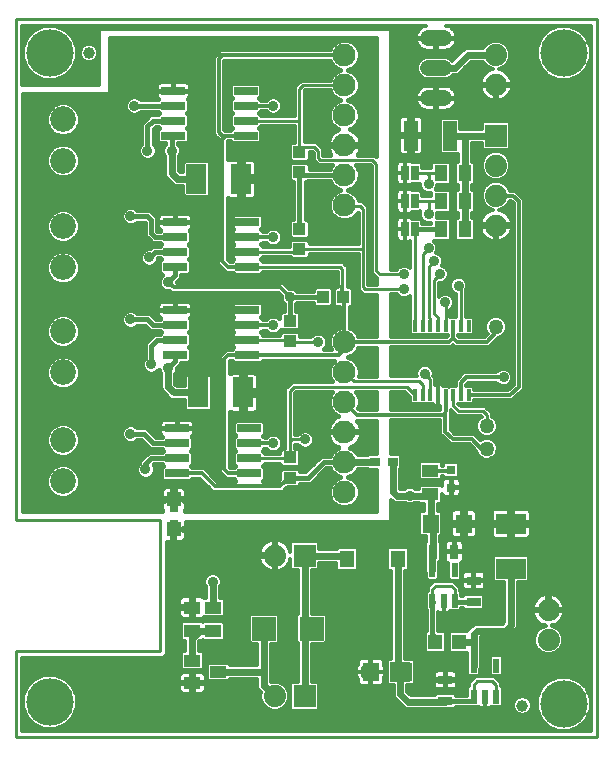
<source format=gtl>
G75*
%MOIN*%
%OFA0B0*%
%FSLAX24Y24*%
%IPPOS*%
%LPD*%
%AMOC8*
5,1,8,0,0,1.08239X$1,22.5*
%
%ADD10C,0.0100*%
%ADD11R,0.0800X0.0260*%
%ADD12C,0.0860*%
%ADD13C,0.0760*%
%ADD14R,0.0433X0.0394*%
%ADD15R,0.0120X0.0390*%
%ADD16R,0.0740X0.0740*%
%ADD17C,0.0740*%
%ADD18R,0.0500X0.0500*%
%ADD19R,0.0472X0.0984*%
%ADD20C,0.0500*%
%ADD21R,0.0315X0.0315*%
%ADD22R,0.0551X0.0433*%
%ADD23R,0.0669X0.0984*%
%ADD24R,0.0315X0.0354*%
%ADD25C,0.0394*%
%ADD26C,0.1581*%
%ADD27R,0.0787X0.0787*%
%ADD28R,0.0551X0.0394*%
%ADD29R,0.0472X0.0315*%
%ADD30R,0.0315X0.0472*%
%ADD31R,0.0551X0.0630*%
%ADD32R,0.0984X0.0669*%
%ADD33R,0.0500X0.0579*%
%ADD34R,0.0472X0.0512*%
%ADD35R,0.0217X0.0472*%
%ADD36R,0.0354X0.0315*%
%ADD37R,0.0650X0.0650*%
%ADD38C,0.0650*%
%ADD39C,0.0520*%
%ADD40R,0.0433X0.0551*%
%ADD41R,0.0250X0.0500*%
%ADD42R,0.0394X0.0433*%
%ADD43C,0.0356*%
%ADD44C,0.0120*%
%ADD45C,0.0160*%
%ADD46C,0.0240*%
D10*
X001993Y000973D02*
X001993Y003848D01*
X006805Y003848D01*
X006805Y008223D01*
X001993Y008223D01*
X001993Y024910D01*
X021368Y024910D01*
X021368Y000973D01*
X001993Y000973D01*
X009765Y010285D02*
X011055Y010285D01*
X011077Y010307D01*
X011118Y010307D01*
X011118Y010848D01*
X011180Y010910D01*
X011618Y010910D01*
X011118Y010848D02*
X011118Y012535D01*
X011243Y012660D01*
X015011Y012660D01*
X015284Y012386D01*
X015540Y012386D02*
X015555Y012401D01*
X015555Y012723D01*
X015430Y012848D01*
X013243Y012848D01*
X012930Y013160D01*
X012055Y014160D02*
X011202Y014160D01*
X011118Y014200D01*
X011033Y014263D01*
X010993Y014223D01*
X009703Y014223D01*
X009703Y016660D02*
X012805Y016660D01*
X012868Y016598D01*
X012868Y016035D01*
X013555Y015973D02*
X013618Y015910D01*
X014930Y015910D01*
X014930Y016410D02*
X014118Y016410D01*
X013993Y016535D01*
X013993Y020098D01*
X013868Y020223D01*
X012118Y020223D01*
X012055Y020285D01*
X012055Y020535D01*
X011930Y020660D01*
X011452Y020660D01*
X011430Y020495D01*
X011430Y021535D01*
X011430Y022598D01*
X011555Y022723D01*
X012930Y022723D01*
X011430Y021535D02*
X009640Y021535D01*
X009640Y021035D02*
X009430Y021035D01*
X009703Y017160D02*
X011327Y017160D01*
X011430Y017263D01*
X013515Y017263D01*
X013555Y017223D01*
X013555Y015973D01*
X013555Y017223D02*
X013555Y018598D01*
X013452Y018700D01*
X012952Y018700D01*
X012930Y018723D01*
X011430Y017263D02*
X011408Y017160D01*
X015284Y017906D02*
X015284Y014684D01*
X015540Y014684D02*
X015540Y017083D01*
X015743Y017285D01*
X015930Y016848D02*
X015743Y016660D01*
X015743Y014973D01*
X015796Y014919D01*
X015796Y014684D01*
X016052Y014684D02*
X016052Y014975D01*
X015930Y015098D01*
X015930Y016223D01*
X016118Y016410D01*
X016743Y016035D02*
X016820Y015958D01*
X016820Y014684D01*
X016308Y014684D02*
X016308Y015407D01*
X016305Y015473D01*
X015618Y013098D02*
X015796Y012919D01*
X015796Y012386D01*
X016564Y012386D02*
X016564Y012026D01*
X016743Y011848D01*
X017493Y011848D01*
X017555Y011848D01*
X017680Y011723D01*
X017680Y011348D01*
X016493Y006035D02*
X015993Y006035D01*
X015868Y005911D01*
X015868Y005523D01*
X016617Y005523D02*
X016618Y005524D01*
X016618Y005910D01*
X016493Y006035D01*
X017368Y002848D02*
X017868Y002848D01*
X017993Y002723D01*
X017993Y002337D01*
X017992Y002336D01*
X017243Y002336D02*
X017243Y002723D01*
X017368Y002848D01*
X015743Y018410D02*
X015743Y018785D01*
X015805Y018848D01*
X016161Y018848D01*
X015805Y018848D02*
X015280Y018848D01*
X015743Y019410D02*
X015743Y019723D01*
X015680Y019785D01*
X016161Y019785D01*
X015680Y019785D02*
X015280Y019785D01*
D11*
X009703Y018160D03*
X009703Y017660D03*
X009703Y017160D03*
X009703Y016660D03*
X009703Y015223D03*
X009703Y014723D03*
X009703Y014223D03*
X009703Y013723D03*
X009765Y011285D03*
X009765Y010785D03*
X009765Y010285D03*
X009765Y009785D03*
X007345Y009785D03*
X007345Y010285D03*
X007345Y010785D03*
X007345Y011285D03*
X007283Y013723D03*
X007283Y014223D03*
X007283Y014723D03*
X007283Y015223D03*
X007283Y016660D03*
X007283Y017160D03*
X007283Y017660D03*
X007283Y018160D03*
X007220Y021035D03*
X007220Y021535D03*
X007220Y022035D03*
X007220Y022535D03*
X009640Y022535D03*
X009640Y022035D03*
X009640Y021535D03*
X009640Y021035D03*
D12*
X003555Y021579D03*
X003555Y020201D03*
X003555Y018017D03*
X003555Y016639D03*
X003555Y014517D03*
X003555Y013139D03*
X003555Y010892D03*
X003555Y009514D03*
D13*
X012930Y009160D03*
X012930Y010160D03*
X012930Y011160D03*
X012930Y012160D03*
X012930Y013160D03*
X012930Y014160D03*
X012930Y018723D03*
X012930Y019723D03*
X012930Y020723D03*
X012930Y021723D03*
X012930Y022723D03*
X012930Y023723D03*
D14*
X011430Y020495D03*
X011430Y019825D03*
X011430Y017932D03*
X011430Y017263D03*
X011118Y014870D03*
X011118Y014200D03*
X011118Y010307D03*
X011118Y009638D03*
D15*
X015284Y012386D03*
X015540Y012386D03*
X015796Y012386D03*
X016052Y012386D03*
X016308Y012386D03*
X016564Y012386D03*
X016820Y012386D03*
X017076Y012386D03*
X017076Y014684D03*
X016820Y014684D03*
X016564Y014684D03*
X016308Y014684D03*
X016052Y014684D03*
X015796Y014684D03*
X015540Y014684D03*
X015284Y014684D03*
D16*
X017993Y021035D03*
X011618Y007035D03*
X011618Y002348D03*
D17*
X010618Y002348D03*
X010618Y007035D03*
X019743Y005223D03*
X019743Y004223D03*
X017993Y018035D03*
X017993Y019035D03*
X017993Y020035D03*
X017993Y022723D03*
X017993Y023723D03*
D18*
X007243Y008910D03*
X007243Y007910D03*
D19*
X015155Y021035D03*
X016455Y021035D03*
D20*
X017993Y014660D03*
X017680Y011348D03*
X017680Y010598D03*
D21*
X016493Y009893D03*
X016493Y009302D03*
D22*
X015805Y009079D03*
X015805Y009866D03*
X008555Y005304D03*
X007868Y005304D03*
X007868Y004516D03*
X008555Y004516D03*
D23*
X008057Y012473D03*
X009553Y012473D03*
X009491Y019598D03*
X007994Y019598D03*
D24*
X007243Y008648D03*
X007243Y008048D03*
D25*
X018868Y002035D03*
X004430Y023785D03*
D26*
X003118Y023785D03*
X020243Y023785D03*
X020243Y002098D03*
X003118Y002160D03*
D27*
X010268Y004598D03*
X011842Y004598D03*
D28*
X008738Y003160D03*
X007872Y002786D03*
X007872Y003534D03*
D29*
X016305Y002889D03*
X016305Y002181D03*
X017243Y005493D03*
X017243Y006202D03*
D30*
X016597Y007160D03*
X015888Y007160D03*
D31*
X015816Y008098D03*
X016919Y008098D03*
X014919Y003160D03*
X013816Y003160D03*
D32*
X018493Y006599D03*
X018493Y008096D03*
D33*
X014714Y006910D03*
X013021Y006910D03*
D34*
X015968Y004160D03*
X016768Y004160D03*
D35*
X017243Y003359D03*
X017992Y003359D03*
X017992Y002336D03*
X017618Y002336D03*
X017243Y002336D03*
X016617Y005523D03*
X016243Y005523D03*
X015868Y005523D03*
X015868Y006547D03*
X016617Y006547D03*
D36*
X014543Y010160D03*
X013943Y010160D03*
D37*
X014805Y003160D03*
D38*
X013805Y003160D03*
D39*
X015733Y022285D02*
X016253Y022285D01*
X016253Y023285D02*
X015733Y023285D01*
X015733Y024285D02*
X016253Y024285D01*
D40*
X016161Y019785D03*
X016949Y019785D03*
X016949Y018848D03*
X016161Y018848D03*
X016161Y017910D03*
X016949Y017910D03*
D41*
X015280Y017910D03*
X014955Y017910D03*
X014955Y018848D03*
X015280Y018848D03*
X015280Y019785D03*
X014955Y019785D03*
D42*
X012890Y015660D03*
X012220Y015660D03*
D43*
X012055Y014910D03*
X012055Y014160D03*
X011118Y013285D03*
X010555Y014723D03*
X011118Y015660D03*
X010555Y017660D03*
X010118Y018723D03*
X010555Y022035D03*
X010555Y022973D03*
X007180Y020535D03*
X006368Y020535D03*
X005930Y022035D03*
X005805Y018348D03*
X006430Y016973D03*
X007055Y016160D03*
X005805Y014910D03*
X006493Y013410D03*
X007055Y013285D03*
X005805Y011098D03*
X006305Y009910D03*
X008555Y006160D03*
X010555Y010785D03*
X011618Y010910D03*
X013743Y012223D03*
X013743Y013660D03*
X013743Y015035D03*
X014930Y015348D03*
X014930Y015910D03*
X014930Y016410D03*
X015743Y017285D03*
X015930Y016848D03*
X016118Y016410D03*
X016743Y016035D03*
X016305Y015473D03*
X015618Y013098D03*
X016930Y011410D03*
X015743Y010598D03*
X015243Y011098D03*
X015118Y009035D03*
X018243Y012973D03*
X020430Y016535D03*
X015743Y018410D03*
X015743Y019410D03*
X013618Y019223D03*
X019743Y021973D03*
D44*
X020063Y022884D02*
X019732Y023022D01*
X019479Y023275D01*
X019342Y023606D01*
X019342Y023964D01*
X019479Y024295D01*
X019732Y024548D01*
X020063Y024686D01*
X020422Y024686D01*
X020753Y024548D01*
X021006Y024295D01*
X021143Y023964D01*
X021143Y023606D01*
X021006Y023275D01*
X020753Y023022D01*
X020422Y022884D01*
X020063Y022884D01*
X019903Y022951D02*
X018471Y022951D01*
X018484Y022926D02*
X018446Y023000D01*
X018397Y023068D01*
X018338Y023127D01*
X018270Y023176D01*
X018196Y023214D01*
X018117Y023239D01*
X018091Y023244D01*
X018264Y023316D01*
X018399Y023451D01*
X018472Y023627D01*
X018472Y023818D01*
X018399Y023994D01*
X018264Y024129D01*
X018088Y024202D01*
X017897Y024202D01*
X017721Y024129D01*
X017586Y023994D01*
X017568Y023952D01*
X016960Y023952D01*
X016825Y023818D01*
X016534Y023527D01*
X016462Y023599D01*
X016326Y023655D01*
X015659Y023655D01*
X015523Y023599D01*
X015419Y023495D01*
X015363Y023359D01*
X015363Y023211D01*
X015419Y023075D01*
X015523Y022971D01*
X015659Y022915D01*
X016326Y022915D01*
X016462Y022971D01*
X016546Y023055D01*
X016713Y023055D01*
X017150Y023493D01*
X017568Y023493D01*
X017586Y023451D01*
X017721Y023316D01*
X017894Y023244D01*
X017868Y023239D01*
X017789Y023214D01*
X017715Y023176D01*
X017647Y023127D01*
X017588Y023068D01*
X017539Y023000D01*
X017501Y022926D01*
X017476Y022847D01*
X017463Y022764D01*
X017463Y022763D01*
X017952Y022763D01*
X017952Y022682D01*
X017463Y022682D01*
X017463Y022681D01*
X017476Y022598D01*
X017501Y022519D01*
X017539Y022445D01*
X017588Y022377D01*
X017647Y022318D01*
X017715Y022269D01*
X017789Y022231D01*
X017868Y022206D01*
X017951Y022193D01*
X017952Y022193D01*
X017952Y022682D01*
X018033Y022682D01*
X018033Y022763D01*
X018522Y022763D01*
X018522Y022764D01*
X018509Y022847D01*
X018484Y022926D01*
X018512Y022833D02*
X021158Y022833D01*
X021158Y022951D02*
X020582Y022951D01*
X020801Y023070D02*
X021158Y023070D01*
X021158Y023188D02*
X020919Y023188D01*
X021019Y023307D02*
X021158Y023307D01*
X021158Y023425D02*
X021068Y023425D01*
X021117Y023544D02*
X021158Y023544D01*
X021143Y023662D02*
X021158Y023662D01*
X021143Y023781D02*
X021158Y023781D01*
X021143Y023899D02*
X021158Y023899D01*
X021158Y024018D02*
X021121Y024018D01*
X021158Y024136D02*
X021072Y024136D01*
X021023Y024255D02*
X021158Y024255D01*
X021158Y024373D02*
X020928Y024373D01*
X020810Y024492D02*
X021158Y024492D01*
X021158Y024610D02*
X020604Y024610D01*
X019881Y024610D02*
X016520Y024610D01*
X016526Y024605D02*
X016473Y024644D01*
X016414Y024674D01*
X016351Y024695D01*
X016317Y024700D01*
X021158Y024700D01*
X021158Y001182D01*
X002202Y001182D01*
X002202Y003638D01*
X006892Y003638D01*
X007015Y003761D01*
X007015Y007500D01*
X007183Y007500D01*
X007183Y007710D01*
X007224Y007710D01*
X007224Y007850D01*
X007261Y007850D01*
X007261Y007710D01*
X007302Y007710D01*
X007302Y007500D01*
X007514Y007500D01*
X007554Y007511D01*
X007591Y007532D01*
X007621Y007562D01*
X007642Y007598D01*
X007652Y007639D01*
X007652Y007850D01*
X007560Y007850D01*
X007560Y007970D01*
X007652Y007970D01*
X007652Y008160D01*
X014493Y008160D01*
X014493Y008897D01*
X014585Y008805D01*
X014940Y008805D01*
X014954Y008791D01*
X015060Y008747D01*
X015175Y008747D01*
X015281Y008791D01*
X015295Y008805D01*
X015431Y008805D01*
X015484Y008752D01*
X015586Y008752D01*
X015586Y008522D01*
X015495Y008522D01*
X015431Y008458D01*
X015431Y007737D01*
X015495Y007673D01*
X015658Y007673D01*
X015658Y007479D01*
X015621Y007442D01*
X015621Y006878D01*
X015638Y006860D01*
X015638Y006452D01*
X015650Y006440D01*
X015650Y006265D01*
X015715Y006201D01*
X016022Y006201D01*
X016087Y006265D01*
X016087Y006440D01*
X016098Y006452D01*
X016098Y006821D01*
X016156Y006878D01*
X016156Y007442D01*
X016118Y007479D01*
X016118Y007673D01*
X016137Y007673D01*
X016202Y007737D01*
X016202Y008458D01*
X016137Y008522D01*
X016046Y008522D01*
X016046Y008752D01*
X016126Y008752D01*
X016191Y008817D01*
X016191Y009075D01*
X016207Y009047D01*
X016237Y009017D01*
X016273Y008996D01*
X016314Y008985D01*
X016474Y008985D01*
X016474Y009283D01*
X016511Y009283D01*
X016511Y008985D01*
X016671Y008985D01*
X016712Y008996D01*
X016748Y009017D01*
X016778Y009047D01*
X016799Y009083D01*
X016810Y009124D01*
X016810Y009283D01*
X016511Y009283D01*
X016511Y009321D01*
X016474Y009321D01*
X016474Y009620D01*
X016314Y009620D01*
X016273Y009609D01*
X016237Y009588D01*
X016207Y009558D01*
X016186Y009521D01*
X016175Y009481D01*
X016175Y009356D01*
X016126Y009405D01*
X015484Y009405D01*
X015419Y009341D01*
X015419Y009265D01*
X015295Y009265D01*
X015281Y009279D01*
X015175Y009323D01*
X015060Y009323D01*
X014954Y009279D01*
X014940Y009265D01*
X014785Y009265D01*
X014785Y009912D01*
X014830Y009957D01*
X014830Y010363D01*
X014765Y010427D01*
X014493Y010427D01*
X014493Y011553D01*
X016135Y011553D01*
X016135Y011090D01*
X016385Y010840D01*
X016485Y010740D01*
X017110Y010740D01*
X017320Y010530D01*
X017320Y010526D01*
X017375Y010394D01*
X017476Y010292D01*
X017608Y010238D01*
X017752Y010238D01*
X017884Y010292D01*
X017985Y010394D01*
X018040Y010526D01*
X018040Y010669D01*
X017985Y010801D01*
X017884Y010903D01*
X017752Y010957D01*
X017608Y010957D01*
X017476Y010903D01*
X017452Y010879D01*
X017250Y011080D01*
X016625Y011080D01*
X016475Y011230D01*
X016475Y011721D01*
X016477Y011836D01*
X016478Y011837D01*
X016478Y011886D01*
X016583Y011781D01*
X016676Y011688D01*
X017489Y011688D01*
X017510Y011667D01*
X017476Y011653D01*
X017375Y011551D01*
X017320Y011419D01*
X017320Y011276D01*
X017375Y011144D01*
X017476Y011042D01*
X017608Y010988D01*
X017752Y010988D01*
X017884Y011042D01*
X017985Y011144D01*
X018040Y011276D01*
X018040Y011419D01*
X017985Y011551D01*
X017884Y011653D01*
X017840Y011671D01*
X017840Y011789D01*
X017746Y011882D01*
X017621Y012007D01*
X016809Y012007D01*
X016735Y012081D01*
X016925Y012081D01*
X016948Y012104D01*
X016970Y012081D01*
X017181Y012081D01*
X017246Y012146D01*
X017246Y012216D01*
X018539Y012216D01*
X018813Y012490D01*
X018912Y012590D01*
X018912Y018918D01*
X018725Y019105D01*
X018625Y019205D01*
X018442Y019205D01*
X018399Y019307D01*
X018264Y019442D01*
X018088Y019515D01*
X017897Y019515D01*
X017721Y019442D01*
X017586Y019307D01*
X017513Y019130D01*
X017513Y018940D01*
X017586Y018763D01*
X017721Y018628D01*
X017894Y018556D01*
X017868Y018552D01*
X017789Y018526D01*
X017715Y018488D01*
X017647Y018439D01*
X017588Y018380D01*
X017539Y018313D01*
X017501Y018238D01*
X017476Y018159D01*
X017463Y018077D01*
X017463Y018075D01*
X017952Y018075D01*
X017952Y017995D01*
X017463Y017995D01*
X017463Y017993D01*
X017476Y017911D01*
X017501Y017832D01*
X017539Y017757D01*
X017588Y017690D01*
X017647Y017631D01*
X017715Y017582D01*
X017789Y017544D01*
X017868Y017518D01*
X017951Y017505D01*
X017952Y017505D01*
X017952Y017995D01*
X018033Y017995D01*
X018033Y018075D01*
X018522Y018075D01*
X018522Y018077D01*
X018509Y018159D01*
X018484Y018238D01*
X018446Y018313D01*
X018397Y018380D01*
X018338Y018439D01*
X018270Y018488D01*
X018196Y018526D01*
X018117Y018552D01*
X018091Y018556D01*
X018264Y018628D01*
X018399Y018763D01*
X018442Y018865D01*
X018485Y018865D01*
X018573Y018777D01*
X018573Y012730D01*
X018398Y012556D01*
X017246Y012556D01*
X017246Y012627D01*
X017181Y012691D01*
X016990Y012691D01*
X016990Y012729D01*
X017063Y012803D01*
X018005Y012803D01*
X018079Y012728D01*
X018185Y012684D01*
X018300Y012684D01*
X018406Y012728D01*
X018487Y012809D01*
X018531Y012915D01*
X018531Y013030D01*
X018487Y013136D01*
X018406Y013217D01*
X018300Y013261D01*
X018185Y013261D01*
X018079Y013217D01*
X018005Y013142D01*
X016922Y013142D01*
X016823Y013043D01*
X016650Y012870D01*
X016650Y012691D01*
X016458Y012691D01*
X016436Y012669D01*
X016414Y012691D01*
X016228Y012691D01*
X016210Y012709D01*
X016174Y012730D01*
X016133Y012741D01*
X016052Y012741D01*
X015971Y012741D01*
X015956Y012737D01*
X015956Y012985D01*
X015904Y013037D01*
X015906Y013040D01*
X015906Y013155D01*
X015862Y013261D01*
X015781Y013342D01*
X015675Y013386D01*
X015560Y013386D01*
X015454Y013342D01*
X015373Y013261D01*
X015329Y013155D01*
X015329Y013040D01*
X015343Y013007D01*
X014493Y013007D01*
X014493Y013990D01*
X016500Y013990D01*
X016564Y014053D01*
X016627Y013990D01*
X017750Y013990D01*
X017850Y014090D01*
X018060Y014300D01*
X018064Y014300D01*
X018196Y014355D01*
X018298Y014456D01*
X018352Y014588D01*
X018352Y014732D01*
X018298Y014864D01*
X018196Y014965D01*
X018064Y015020D01*
X017921Y015020D01*
X017789Y014965D01*
X017687Y014864D01*
X017633Y014732D01*
X017633Y014588D01*
X017687Y014456D01*
X017711Y014432D01*
X017610Y014330D01*
X016768Y014330D01*
X016734Y014364D01*
X016734Y014379D01*
X016925Y014379D01*
X016948Y014401D01*
X016970Y014379D01*
X017181Y014379D01*
X017246Y014443D01*
X017246Y014924D01*
X017181Y014989D01*
X016980Y014989D01*
X016980Y015865D01*
X016987Y015872D01*
X017031Y015978D01*
X017031Y016092D01*
X016987Y016198D01*
X016906Y016279D01*
X016800Y016323D01*
X016685Y016323D01*
X016579Y016279D01*
X016498Y016198D01*
X016454Y016092D01*
X016454Y015978D01*
X016498Y015872D01*
X016579Y015791D01*
X016660Y015757D01*
X016660Y014989D01*
X016468Y014989D01*
X016468Y015228D01*
X016468Y015228D01*
X016549Y015309D01*
X016593Y015415D01*
X016593Y015530D01*
X016549Y015636D01*
X016468Y015717D01*
X016362Y015761D01*
X016248Y015761D01*
X016142Y015717D01*
X016090Y015665D01*
X016090Y016122D01*
X016175Y016122D01*
X016281Y016166D01*
X016362Y016247D01*
X016406Y016353D01*
X016406Y016467D01*
X016362Y016573D01*
X016281Y016654D01*
X016179Y016696D01*
X016218Y016790D01*
X016218Y016905D01*
X016174Y017011D01*
X016093Y017092D01*
X015992Y017134D01*
X016031Y017228D01*
X016031Y017342D01*
X015987Y017448D01*
X015911Y017524D01*
X016423Y017524D01*
X016488Y017589D01*
X016488Y018231D01*
X016423Y018296D01*
X016007Y018296D01*
X016031Y018353D01*
X016031Y018462D01*
X016423Y018462D01*
X016488Y018526D01*
X016488Y019169D01*
X016423Y019233D01*
X015973Y019233D01*
X015987Y019247D01*
X016031Y019353D01*
X016031Y019399D01*
X016423Y019399D01*
X016488Y019464D01*
X016488Y020106D01*
X016423Y020171D01*
X015899Y020171D01*
X015835Y020106D01*
X015835Y019945D01*
X015515Y019945D01*
X015515Y020081D01*
X015450Y020145D01*
X015197Y020145D01*
X015179Y020163D01*
X015142Y020184D01*
X015101Y020195D01*
X014958Y020195D01*
X014958Y019788D01*
X014953Y019788D01*
X014953Y020195D01*
X014809Y020195D01*
X014769Y020184D01*
X014732Y020163D01*
X014702Y020133D01*
X014681Y020097D01*
X014670Y020056D01*
X014670Y019788D01*
X014953Y019788D01*
X014953Y019782D01*
X014958Y019782D01*
X014958Y019375D01*
X015101Y019375D01*
X015142Y019386D01*
X015179Y019407D01*
X015197Y019425D01*
X015450Y019425D01*
X015454Y019429D01*
X015454Y019353D01*
X015498Y019247D01*
X015579Y019166D01*
X015685Y019122D01*
X015800Y019122D01*
X015835Y019136D01*
X015835Y019007D01*
X015515Y019007D01*
X015515Y019143D01*
X015450Y019207D01*
X015197Y019207D01*
X015179Y019226D01*
X015142Y019247D01*
X015101Y019257D01*
X014958Y019257D01*
X014958Y018850D01*
X014953Y018850D01*
X014953Y019257D01*
X014809Y019257D01*
X014769Y019247D01*
X014732Y019226D01*
X014702Y019196D01*
X014681Y019159D01*
X014493Y019159D01*
X014493Y019041D02*
X014670Y019041D01*
X014670Y019119D02*
X014670Y018850D01*
X014953Y018850D01*
X014953Y018845D01*
X014958Y018845D01*
X014958Y018438D01*
X015101Y018438D01*
X015142Y018448D01*
X015179Y018469D01*
X015197Y018488D01*
X015450Y018488D01*
X015472Y018509D01*
X015454Y018467D01*
X015454Y018353D01*
X015498Y018247D01*
X015579Y018166D01*
X015685Y018122D01*
X015800Y018122D01*
X015835Y018136D01*
X015835Y018100D01*
X015515Y018100D01*
X015515Y018206D01*
X015450Y018270D01*
X015197Y018270D01*
X015179Y018288D01*
X015142Y018309D01*
X015101Y018320D01*
X014958Y018320D01*
X014958Y017913D01*
X014953Y017913D01*
X014953Y018320D01*
X014809Y018320D01*
X014769Y018309D01*
X014732Y018288D01*
X014702Y018258D01*
X014681Y018222D01*
X014670Y018181D01*
X014670Y017913D01*
X014953Y017913D01*
X014953Y017907D01*
X014958Y017907D01*
X014958Y017500D01*
X015101Y017500D01*
X015124Y017506D01*
X015124Y016623D01*
X015093Y016654D01*
X014987Y016698D01*
X014873Y016698D01*
X014767Y016654D01*
X014686Y016573D01*
X014684Y016570D01*
X014493Y016570D01*
X014493Y024598D01*
X004743Y024598D01*
X004743Y022723D01*
X002202Y022723D01*
X002202Y024700D01*
X015668Y024700D01*
X015634Y024695D01*
X015571Y024674D01*
X015512Y024644D01*
X015459Y024605D01*
X015412Y024559D01*
X015373Y024505D01*
X015343Y024446D01*
X015323Y024383D01*
X015313Y024318D01*
X015313Y024305D01*
X015972Y024305D01*
X015972Y024265D01*
X015313Y024265D01*
X015313Y024252D01*
X015323Y024187D01*
X015343Y024124D01*
X015373Y024065D01*
X015412Y024011D01*
X015459Y023965D01*
X015512Y023926D01*
X015571Y023896D01*
X015634Y023875D01*
X015699Y023865D01*
X015972Y023865D01*
X015972Y024265D01*
X016013Y024265D01*
X016013Y024305D01*
X016672Y024305D01*
X016672Y024318D01*
X016662Y024383D01*
X016642Y024446D01*
X016612Y024505D01*
X016573Y024559D01*
X016526Y024605D01*
X016619Y024492D02*
X019675Y024492D01*
X019557Y024373D02*
X016664Y024373D01*
X016672Y024265D02*
X016013Y024265D01*
X016013Y023865D01*
X016286Y023865D01*
X016351Y023875D01*
X016414Y023896D01*
X016473Y023926D01*
X016526Y023965D01*
X016573Y024011D01*
X016612Y024065D01*
X016642Y024124D01*
X016662Y024187D01*
X016672Y024252D01*
X016672Y024265D01*
X016672Y024255D02*
X019462Y024255D01*
X019413Y024136D02*
X018248Y024136D01*
X018376Y024018D02*
X019364Y024018D01*
X019342Y023899D02*
X018439Y023899D01*
X018472Y023781D02*
X019342Y023781D01*
X019342Y023662D02*
X018472Y023662D01*
X018438Y023544D02*
X019368Y023544D01*
X019417Y023425D02*
X018374Y023425D01*
X018243Y023307D02*
X019466Y023307D01*
X019566Y023188D02*
X018246Y023188D01*
X018395Y023070D02*
X019684Y023070D01*
X018522Y022682D02*
X018033Y022682D01*
X018033Y022193D01*
X018034Y022193D01*
X018117Y022206D01*
X018196Y022231D01*
X018270Y022269D01*
X018338Y022318D01*
X018397Y022377D01*
X018446Y022445D01*
X018484Y022519D01*
X018509Y022598D01*
X018522Y022681D01*
X018522Y022682D01*
X018509Y022596D02*
X021158Y022596D01*
X021158Y022714D02*
X018033Y022714D01*
X017952Y022714D02*
X014493Y022714D01*
X014493Y022596D02*
X015449Y022596D01*
X015459Y022605D02*
X015412Y022559D01*
X015373Y022505D01*
X015343Y022446D01*
X015323Y022383D01*
X015313Y022318D01*
X015313Y022305D01*
X015972Y022305D01*
X015972Y022265D01*
X015313Y022265D01*
X015313Y022252D01*
X015323Y022187D01*
X015343Y022124D01*
X015373Y022065D01*
X015412Y022011D01*
X015459Y021965D01*
X015512Y021926D01*
X015571Y021896D01*
X015634Y021875D01*
X015699Y021865D01*
X015972Y021865D01*
X015972Y022265D01*
X016013Y022265D01*
X016013Y022305D01*
X016672Y022305D01*
X016672Y022318D01*
X016662Y022383D01*
X016642Y022446D01*
X016612Y022505D01*
X016573Y022559D01*
X016526Y022605D01*
X016473Y022644D01*
X016414Y022674D01*
X016351Y022695D01*
X016286Y022705D01*
X016013Y022705D01*
X016013Y022305D01*
X015972Y022305D01*
X015972Y022705D01*
X015699Y022705D01*
X015634Y022695D01*
X015571Y022674D01*
X015512Y022644D01*
X015459Y022605D01*
X015359Y022477D02*
X014493Y022477D01*
X014493Y022359D02*
X015319Y022359D01*
X015314Y022240D02*
X014493Y022240D01*
X014493Y022122D02*
X015344Y022122D01*
X015420Y022003D02*
X014493Y022003D01*
X014493Y021885D02*
X015606Y021885D01*
X015490Y021655D02*
X015453Y021676D01*
X015413Y021687D01*
X015214Y021687D01*
X015214Y021093D01*
X015552Y021093D01*
X015552Y021548D01*
X015541Y021589D01*
X015520Y021625D01*
X015490Y021655D01*
X015497Y021648D02*
X021158Y021648D01*
X021158Y021766D02*
X014493Y021766D01*
X014493Y021648D02*
X014813Y021648D01*
X014821Y021655D02*
X014791Y021625D01*
X014770Y021589D01*
X014759Y021548D01*
X014759Y021093D01*
X015097Y021093D01*
X015097Y020977D01*
X014759Y020977D01*
X014759Y020522D01*
X014770Y020481D01*
X014791Y020445D01*
X014821Y020415D01*
X014857Y020394D01*
X014898Y020383D01*
X015097Y020383D01*
X015097Y020977D01*
X015214Y020977D01*
X015214Y021093D01*
X015097Y021093D01*
X015097Y021687D01*
X014898Y021687D01*
X014857Y021676D01*
X014821Y021655D01*
X014759Y021529D02*
X014493Y021529D01*
X014493Y021411D02*
X014759Y021411D01*
X014759Y021292D02*
X014493Y021292D01*
X014493Y021174D02*
X014759Y021174D01*
X014759Y020937D02*
X014493Y020937D01*
X014493Y021055D02*
X015097Y021055D01*
X015214Y021055D02*
X016108Y021055D01*
X016108Y020937D02*
X015552Y020937D01*
X015552Y020977D02*
X015214Y020977D01*
X015214Y020383D01*
X015413Y020383D01*
X015453Y020394D01*
X015490Y020415D01*
X015520Y020445D01*
X015541Y020481D01*
X015552Y020522D01*
X015552Y020977D01*
X015552Y020818D02*
X016108Y020818D01*
X016108Y020700D02*
X015552Y020700D01*
X015552Y020581D02*
X016108Y020581D01*
X016108Y020497D02*
X016173Y020433D01*
X016719Y020433D01*
X016719Y020171D01*
X016687Y020171D01*
X016622Y020106D01*
X016622Y019464D01*
X016687Y019399D01*
X016719Y019399D01*
X016719Y019233D01*
X016687Y019233D01*
X016622Y019169D01*
X016622Y018526D01*
X016687Y018462D01*
X016719Y018462D01*
X016719Y018296D01*
X016687Y018296D01*
X016622Y018231D01*
X016622Y017589D01*
X016687Y017524D01*
X017211Y017524D01*
X017275Y017589D01*
X017275Y018231D01*
X017211Y018296D01*
X017179Y018296D01*
X017179Y018462D01*
X017211Y018462D01*
X017275Y018526D01*
X017275Y019169D01*
X017211Y019233D01*
X017179Y019233D01*
X017179Y019399D01*
X017211Y019399D01*
X017275Y019464D01*
X017275Y020106D01*
X017211Y020171D01*
X017179Y020171D01*
X017179Y020805D01*
X017513Y020805D01*
X017513Y020619D01*
X017577Y020555D01*
X018408Y020555D01*
X018472Y020619D01*
X018472Y021451D01*
X018408Y021515D01*
X017577Y021515D01*
X017513Y021451D01*
X017513Y021265D01*
X016801Y021265D01*
X016801Y021573D01*
X016736Y021637D01*
X016173Y021637D01*
X016108Y021573D01*
X016108Y020497D01*
X016143Y020463D02*
X015530Y020463D01*
X015214Y020463D02*
X015097Y020463D01*
X015097Y020581D02*
X015214Y020581D01*
X015214Y020700D02*
X015097Y020700D01*
X015097Y020818D02*
X015214Y020818D01*
X015214Y020937D02*
X015097Y020937D01*
X015097Y021174D02*
X015214Y021174D01*
X015214Y021292D02*
X015097Y021292D01*
X015097Y021411D02*
X015214Y021411D01*
X015214Y021529D02*
X015097Y021529D01*
X015097Y021648D02*
X015214Y021648D01*
X015552Y021529D02*
X016108Y021529D01*
X016108Y021411D02*
X015552Y021411D01*
X015552Y021292D02*
X016108Y021292D01*
X016108Y021174D02*
X015552Y021174D01*
X015972Y021885D02*
X016013Y021885D01*
X016013Y021865D02*
X016286Y021865D01*
X016351Y021875D01*
X016414Y021896D01*
X016473Y021926D01*
X016526Y021965D01*
X016573Y022011D01*
X016612Y022065D01*
X016642Y022124D01*
X016662Y022187D01*
X016672Y022252D01*
X016672Y022265D01*
X016013Y022265D01*
X016013Y021865D01*
X016013Y022003D02*
X015972Y022003D01*
X015972Y022122D02*
X016013Y022122D01*
X016013Y022240D02*
X015972Y022240D01*
X015972Y022359D02*
X016013Y022359D01*
X016013Y022477D02*
X015972Y022477D01*
X015972Y022596D02*
X016013Y022596D01*
X016536Y022596D02*
X017476Y022596D01*
X017523Y022477D02*
X016626Y022477D01*
X016666Y022359D02*
X017607Y022359D01*
X017772Y022240D02*
X016671Y022240D01*
X016641Y022122D02*
X021158Y022122D01*
X021158Y022240D02*
X018213Y022240D01*
X018033Y022240D02*
X017952Y022240D01*
X017952Y022359D02*
X018033Y022359D01*
X018033Y022477D02*
X017952Y022477D01*
X017952Y022596D02*
X018033Y022596D01*
X018378Y022359D02*
X021158Y022359D01*
X021158Y022477D02*
X018462Y022477D01*
X017739Y023188D02*
X016846Y023188D01*
X016964Y023307D02*
X017742Y023307D01*
X017611Y023425D02*
X017083Y023425D01*
X016788Y023781D02*
X014493Y023781D01*
X014493Y023899D02*
X015565Y023899D01*
X015408Y024018D02*
X014493Y024018D01*
X014493Y024136D02*
X015339Y024136D01*
X015313Y024255D02*
X014493Y024255D01*
X014493Y024373D02*
X015321Y024373D01*
X015366Y024492D02*
X014493Y024492D01*
X014493Y023662D02*
X016669Y023662D01*
X016551Y023544D02*
X016517Y023544D01*
X016420Y023899D02*
X016906Y023899D01*
X016646Y024136D02*
X017737Y024136D01*
X017609Y024018D02*
X016577Y024018D01*
X016013Y024018D02*
X015972Y024018D01*
X015972Y024136D02*
X016013Y024136D01*
X016013Y024255D02*
X015972Y024255D01*
X015972Y023899D02*
X016013Y023899D01*
X015468Y023544D02*
X014493Y023544D01*
X014493Y023425D02*
X015390Y023425D01*
X015363Y023307D02*
X014493Y023307D01*
X014493Y023188D02*
X015372Y023188D01*
X015425Y023070D02*
X014493Y023070D01*
X014493Y022951D02*
X015572Y022951D01*
X016413Y022951D02*
X017514Y022951D01*
X017473Y022833D02*
X014493Y022833D01*
X012930Y023723D02*
X008868Y023723D01*
X008743Y023598D01*
X008743Y021160D01*
X008868Y021035D01*
X008993Y021035D01*
X008868Y020910D01*
X008868Y016848D01*
X009055Y016660D01*
X009703Y016660D01*
X009703Y017660D02*
X010555Y017660D01*
X010805Y015973D02*
X007243Y015973D01*
X007055Y016160D01*
X009055Y013723D02*
X008930Y013598D01*
X008930Y009910D01*
X009055Y009785D01*
X009765Y009785D01*
X009765Y010785D02*
X010555Y010785D01*
X011118Y009638D02*
X010868Y009410D01*
X010805Y009348D01*
X008618Y009348D01*
X008180Y009785D01*
X007345Y009785D01*
X007652Y008139D02*
X015431Y008139D01*
X015431Y008257D02*
X014493Y008257D01*
X014493Y008376D02*
X015431Y008376D01*
X015467Y008494D02*
X014493Y008494D01*
X014493Y008613D02*
X015586Y008613D01*
X015586Y008731D02*
X014493Y008731D01*
X014493Y008850D02*
X014540Y008850D01*
X014785Y009324D02*
X015419Y009324D01*
X015484Y009540D02*
X016126Y009540D01*
X016191Y009604D01*
X016191Y009696D01*
X016225Y009696D01*
X016225Y009690D01*
X016289Y009625D01*
X016696Y009625D01*
X016760Y009690D01*
X016760Y010096D01*
X016696Y010160D01*
X016289Y010160D01*
X016225Y010096D01*
X016225Y010036D01*
X016191Y010036D01*
X016191Y010128D01*
X016126Y010193D01*
X015484Y010193D01*
X015419Y010128D01*
X015419Y009604D01*
X015484Y009540D01*
X015463Y009561D02*
X014785Y009561D01*
X014785Y009679D02*
X015419Y009679D01*
X015419Y009798D02*
X014785Y009798D01*
X014789Y009916D02*
X015419Y009916D01*
X015419Y010035D02*
X014830Y010035D01*
X014830Y010153D02*
X015444Y010153D01*
X015805Y009866D02*
X016493Y009866D01*
X016493Y009893D01*
X016760Y009916D02*
X021158Y009916D01*
X021158Y009798D02*
X016760Y009798D01*
X016749Y009679D02*
X021158Y009679D01*
X021158Y009561D02*
X016775Y009561D01*
X016778Y009558D02*
X016748Y009588D01*
X016712Y009609D01*
X016671Y009620D01*
X016511Y009620D01*
X016511Y009321D01*
X016810Y009321D01*
X016810Y009481D01*
X016799Y009521D01*
X016778Y009558D01*
X016810Y009442D02*
X021158Y009442D01*
X021158Y009324D02*
X016810Y009324D01*
X016810Y009205D02*
X021158Y009205D01*
X021158Y009087D02*
X016800Y009087D01*
X016511Y009087D02*
X016474Y009087D01*
X016474Y009205D02*
X016511Y009205D01*
X016511Y009324D02*
X016474Y009324D01*
X016474Y009442D02*
X016511Y009442D01*
X016511Y009561D02*
X016474Y009561D01*
X016210Y009561D02*
X016147Y009561D01*
X016175Y009442D02*
X014785Y009442D01*
X014830Y010272D02*
X017526Y010272D01*
X017378Y010390D02*
X014803Y010390D01*
X014493Y010509D02*
X017327Y010509D01*
X017223Y010627D02*
X014493Y010627D01*
X014493Y010746D02*
X016479Y010746D01*
X016361Y010864D02*
X014493Y010864D01*
X014493Y010983D02*
X016242Y010983D01*
X016135Y011101D02*
X014493Y011101D01*
X014493Y011220D02*
X016135Y011220D01*
X016135Y011338D02*
X014493Y011338D01*
X014493Y011457D02*
X016135Y011457D01*
X016305Y011723D02*
X016305Y011160D01*
X016555Y010910D01*
X017180Y010910D01*
X017493Y010598D01*
X017680Y010598D01*
X018008Y010746D02*
X021158Y010746D01*
X021158Y010864D02*
X017923Y010864D01*
X017943Y011101D02*
X021158Y011101D01*
X021158Y010983D02*
X017348Y010983D01*
X017417Y011101D02*
X016604Y011101D01*
X016486Y011220D02*
X017343Y011220D01*
X017320Y011338D02*
X016475Y011338D01*
X016475Y011457D02*
X017335Y011457D01*
X017398Y011575D02*
X016475Y011575D01*
X016475Y011694D02*
X016670Y011694D01*
X016552Y011812D02*
X016476Y011812D01*
X016305Y011723D02*
X013368Y011723D01*
X012930Y012160D01*
X014493Y012168D02*
X015114Y012168D01*
X015114Y012146D02*
X015179Y012081D01*
X015390Y012081D01*
X015412Y012104D01*
X015435Y012081D01*
X015646Y012081D01*
X015668Y012104D01*
X015691Y012081D01*
X015876Y012081D01*
X015894Y012063D01*
X015930Y012042D01*
X015971Y012031D01*
X016052Y012031D01*
X016052Y012386D01*
X016052Y012386D01*
X016052Y012031D01*
X016133Y012031D01*
X016138Y012033D01*
X016138Y011908D01*
X016138Y011892D01*
X014493Y011892D01*
X014493Y012500D01*
X014944Y012500D01*
X015114Y012330D01*
X015114Y012146D01*
X015114Y012286D02*
X014493Y012286D01*
X014493Y012405D02*
X015040Y012405D01*
X014493Y012049D02*
X015918Y012049D01*
X016052Y012049D02*
X016052Y012049D01*
X016052Y012168D02*
X016052Y012168D01*
X016052Y012286D02*
X016052Y012286D01*
X016055Y012383D02*
X016052Y012386D01*
X016052Y012741D01*
X016052Y012386D01*
X016052Y012386D01*
X016052Y012405D02*
X016052Y012405D01*
X016052Y012523D02*
X016052Y012523D01*
X016052Y012642D02*
X016052Y012642D01*
X015956Y012760D02*
X016650Y012760D01*
X016658Y012879D02*
X015956Y012879D01*
X015944Y012997D02*
X016777Y012997D01*
X016895Y013116D02*
X015906Y013116D01*
X015873Y013234D02*
X018121Y013234D01*
X018364Y013234D02*
X018573Y013234D01*
X018573Y013116D02*
X018495Y013116D01*
X018531Y012997D02*
X018573Y012997D01*
X018573Y012879D02*
X018515Y012879D01*
X018573Y012760D02*
X018437Y012760D01*
X018484Y012642D02*
X017231Y012642D01*
X017020Y012760D02*
X018048Y012760D01*
X018243Y012973D02*
X016993Y012973D01*
X016820Y012800D01*
X016820Y012386D01*
X017076Y012386D02*
X018469Y012386D01*
X018743Y012660D01*
X018743Y018848D01*
X018555Y019035D01*
X017993Y019035D01*
X018321Y018685D02*
X018573Y018685D01*
X018573Y018567D02*
X018116Y018567D01*
X018326Y018448D02*
X018573Y018448D01*
X018573Y018330D02*
X018434Y018330D01*
X018493Y018211D02*
X018573Y018211D01*
X018573Y018093D02*
X018520Y018093D01*
X018522Y017995D02*
X018033Y017995D01*
X018033Y017505D01*
X018034Y017505D01*
X018117Y017518D01*
X018196Y017544D01*
X018270Y017582D01*
X018338Y017631D01*
X018397Y017690D01*
X018446Y017757D01*
X018484Y017832D01*
X018509Y017911D01*
X018522Y017993D01*
X018522Y017995D01*
X018519Y017974D02*
X018573Y017974D01*
X018573Y017856D02*
X018491Y017856D01*
X018431Y017737D02*
X018573Y017737D01*
X018573Y017619D02*
X018321Y017619D01*
X018573Y017500D02*
X015935Y017500D01*
X016014Y017382D02*
X018573Y017382D01*
X018573Y017263D02*
X016031Y017263D01*
X015996Y017145D02*
X018573Y017145D01*
X018573Y017026D02*
X016159Y017026D01*
X016217Y016908D02*
X018573Y016908D01*
X018573Y016789D02*
X016218Y016789D01*
X016241Y016671D02*
X018573Y016671D01*
X018573Y016552D02*
X016371Y016552D01*
X016406Y016434D02*
X018573Y016434D01*
X018573Y016315D02*
X016819Y016315D01*
X016666Y016315D02*
X016390Y016315D01*
X016311Y016197D02*
X016498Y016197D01*
X016454Y016078D02*
X016090Y016078D01*
X016090Y015960D02*
X016462Y015960D01*
X016529Y015841D02*
X016090Y015841D01*
X016090Y015723D02*
X016156Y015723D01*
X016454Y015723D02*
X016660Y015723D01*
X016660Y015604D02*
X016562Y015604D01*
X016593Y015486D02*
X016660Y015486D01*
X016660Y015367D02*
X016573Y015367D01*
X016488Y015249D02*
X016660Y015249D01*
X016660Y015130D02*
X016468Y015130D01*
X016468Y015012D02*
X016660Y015012D01*
X016980Y015012D02*
X017900Y015012D01*
X018085Y015012D02*
X018573Y015012D01*
X018573Y015130D02*
X016980Y015130D01*
X016980Y015249D02*
X018573Y015249D01*
X018573Y015367D02*
X016980Y015367D01*
X016980Y015486D02*
X018573Y015486D01*
X018573Y015604D02*
X016980Y015604D01*
X016980Y015723D02*
X018573Y015723D01*
X018573Y015841D02*
X016980Y015841D01*
X017023Y015960D02*
X018573Y015960D01*
X018573Y016078D02*
X017031Y016078D01*
X016987Y016197D02*
X018573Y016197D01*
X018912Y016197D02*
X021158Y016197D01*
X021158Y016315D02*
X018912Y016315D01*
X018912Y016434D02*
X021158Y016434D01*
X021158Y016552D02*
X018912Y016552D01*
X018912Y016671D02*
X021158Y016671D01*
X021158Y016789D02*
X018912Y016789D01*
X018912Y016908D02*
X021158Y016908D01*
X021158Y017026D02*
X018912Y017026D01*
X018912Y017145D02*
X021158Y017145D01*
X021158Y017263D02*
X018912Y017263D01*
X018912Y017382D02*
X021158Y017382D01*
X021158Y017500D02*
X018912Y017500D01*
X018912Y017619D02*
X021158Y017619D01*
X021158Y017737D02*
X018912Y017737D01*
X018912Y017856D02*
X021158Y017856D01*
X021158Y017974D02*
X018912Y017974D01*
X018912Y018093D02*
X021158Y018093D01*
X021158Y018211D02*
X018912Y018211D01*
X018912Y018330D02*
X021158Y018330D01*
X021158Y018448D02*
X018912Y018448D01*
X018912Y018567D02*
X021158Y018567D01*
X021158Y018685D02*
X018912Y018685D01*
X018912Y018804D02*
X021158Y018804D01*
X021158Y018922D02*
X018908Y018922D01*
X018790Y019041D02*
X021158Y019041D01*
X021158Y019159D02*
X018671Y019159D01*
X018412Y019278D02*
X021158Y019278D01*
X021158Y019396D02*
X018310Y019396D01*
X018264Y019628D02*
X018088Y019555D01*
X017897Y019555D01*
X017721Y019628D01*
X017586Y019763D01*
X017513Y019940D01*
X017513Y020130D01*
X017586Y020307D01*
X017721Y020442D01*
X017897Y020515D01*
X018088Y020515D01*
X018264Y020442D01*
X018399Y020307D01*
X018472Y020130D01*
X018472Y019940D01*
X018399Y019763D01*
X018264Y019628D01*
X018269Y019633D02*
X021158Y019633D01*
X021158Y019515D02*
X018089Y019515D01*
X017896Y019515D02*
X017275Y019515D01*
X017275Y019633D02*
X017716Y019633D01*
X017597Y019752D02*
X017275Y019752D01*
X017275Y019870D02*
X017541Y019870D01*
X017513Y019989D02*
X017275Y019989D01*
X017274Y020107D02*
X017513Y020107D01*
X017552Y020226D02*
X017179Y020226D01*
X017179Y020344D02*
X017623Y020344D01*
X017770Y020463D02*
X017179Y020463D01*
X017179Y020581D02*
X017551Y020581D01*
X017513Y020700D02*
X017179Y020700D01*
X016719Y020344D02*
X014493Y020344D01*
X014493Y020226D02*
X016719Y020226D01*
X016623Y020107D02*
X016487Y020107D01*
X016488Y019989D02*
X016622Y019989D01*
X016622Y019870D02*
X016488Y019870D01*
X016488Y019752D02*
X016622Y019752D01*
X016622Y019633D02*
X016488Y019633D01*
X016488Y019515D02*
X016622Y019515D01*
X016719Y019396D02*
X016031Y019396D01*
X015999Y019278D02*
X016719Y019278D01*
X016622Y019159D02*
X016488Y019159D01*
X016488Y019041D02*
X016622Y019041D01*
X016622Y018922D02*
X016488Y018922D01*
X016488Y018804D02*
X016622Y018804D01*
X016622Y018685D02*
X016488Y018685D01*
X016488Y018567D02*
X016622Y018567D01*
X016719Y018448D02*
X016031Y018448D01*
X016021Y018330D02*
X016719Y018330D01*
X016622Y018211D02*
X016488Y018211D01*
X016488Y018093D02*
X016622Y018093D01*
X016622Y017974D02*
X016488Y017974D01*
X016488Y017856D02*
X016622Y017856D01*
X016622Y017737D02*
X016488Y017737D01*
X016488Y017619D02*
X016622Y017619D01*
X017275Y017619D02*
X017664Y017619D01*
X017554Y017737D02*
X017275Y017737D01*
X017275Y017856D02*
X017494Y017856D01*
X017466Y017974D02*
X017275Y017974D01*
X017275Y018093D02*
X017465Y018093D01*
X017492Y018211D02*
X017275Y018211D01*
X017179Y018330D02*
X017551Y018330D01*
X017659Y018448D02*
X017179Y018448D01*
X017275Y018567D02*
X017869Y018567D01*
X017664Y018685D02*
X017275Y018685D01*
X017275Y018804D02*
X017569Y018804D01*
X017520Y018922D02*
X017275Y018922D01*
X017275Y019041D02*
X017513Y019041D01*
X017524Y019159D02*
X017275Y019159D01*
X017179Y019278D02*
X017573Y019278D01*
X017675Y019396D02*
X017179Y019396D01*
X018215Y020463D02*
X021158Y020463D01*
X021158Y020581D02*
X018434Y020581D01*
X018472Y020700D02*
X021158Y020700D01*
X021158Y020818D02*
X018472Y020818D01*
X018472Y020937D02*
X021158Y020937D01*
X021158Y021055D02*
X018472Y021055D01*
X018472Y021174D02*
X021158Y021174D01*
X021158Y021292D02*
X018472Y021292D01*
X018472Y021411D02*
X021158Y021411D01*
X021158Y021529D02*
X016801Y021529D01*
X016801Y021411D02*
X017513Y021411D01*
X017513Y021292D02*
X016801Y021292D01*
X016379Y021885D02*
X021158Y021885D01*
X021158Y022003D02*
X016565Y022003D01*
X016727Y023070D02*
X017590Y023070D01*
X015465Y024610D02*
X003479Y024610D01*
X003628Y024548D02*
X003297Y024686D01*
X002938Y024686D01*
X002607Y024548D01*
X002354Y024295D01*
X002217Y023964D01*
X002217Y023606D01*
X002354Y023275D01*
X002607Y023022D01*
X002938Y022884D01*
X003297Y022884D01*
X003628Y023022D01*
X003881Y023275D01*
X004018Y023606D01*
X004018Y023964D01*
X003881Y024295D01*
X003628Y024548D01*
X003685Y024492D02*
X004743Y024492D01*
X004743Y024373D02*
X003803Y024373D01*
X003898Y024255D02*
X004743Y024255D01*
X004743Y024136D02*
X003947Y024136D01*
X003996Y024018D02*
X004229Y024018D01*
X004256Y024045D02*
X004170Y023959D01*
X004123Y023846D01*
X004123Y023724D01*
X004170Y023611D01*
X004256Y023525D01*
X004369Y023478D01*
X004491Y023478D01*
X004604Y023525D01*
X004690Y023611D01*
X004737Y023724D01*
X004737Y023846D01*
X004690Y023959D01*
X004604Y024045D01*
X004491Y024092D01*
X004369Y024092D01*
X004256Y024045D01*
X004145Y023899D02*
X004018Y023899D01*
X004018Y023781D02*
X004123Y023781D01*
X004149Y023662D02*
X004018Y023662D01*
X003992Y023544D02*
X004238Y023544D01*
X004622Y023544D02*
X004743Y023544D01*
X004743Y023662D02*
X004711Y023662D01*
X004737Y023781D02*
X004743Y023781D01*
X004743Y023899D02*
X004715Y023899D01*
X004743Y024018D02*
X004631Y024018D01*
X004743Y023425D02*
X003943Y023425D01*
X003894Y023307D02*
X004743Y023307D01*
X004743Y023188D02*
X003794Y023188D01*
X003676Y023070D02*
X004743Y023070D01*
X004743Y022951D02*
X003457Y022951D01*
X002778Y022951D02*
X002202Y022951D01*
X002202Y022833D02*
X004743Y022833D01*
X002756Y024610D02*
X002202Y024610D01*
X002202Y024492D02*
X002550Y024492D01*
X002432Y024373D02*
X002202Y024373D01*
X002202Y024255D02*
X002337Y024255D01*
X002288Y024136D02*
X002202Y024136D01*
X002202Y024018D02*
X002239Y024018D01*
X002217Y023899D02*
X002202Y023899D01*
X002202Y023781D02*
X002217Y023781D01*
X002202Y023662D02*
X002217Y023662D01*
X002202Y023544D02*
X002243Y023544D01*
X002202Y023425D02*
X002292Y023425D01*
X002341Y023307D02*
X002202Y023307D01*
X002202Y023188D02*
X002441Y023188D01*
X002559Y023070D02*
X002202Y023070D01*
X008993Y021035D02*
X009430Y021035D01*
X009640Y022035D02*
X010555Y022035D01*
X014493Y020818D02*
X014759Y020818D01*
X014759Y020700D02*
X014493Y020700D01*
X014493Y020581D02*
X014759Y020581D01*
X014781Y020463D02*
X014493Y020463D01*
X014493Y020107D02*
X014687Y020107D01*
X014670Y019989D02*
X014493Y019989D01*
X014493Y019870D02*
X014670Y019870D01*
X014670Y019782D02*
X014670Y019514D01*
X014681Y019473D01*
X014702Y019437D01*
X014732Y019407D01*
X014769Y019386D01*
X014809Y019375D01*
X014953Y019375D01*
X014953Y019782D01*
X014670Y019782D01*
X014670Y019752D02*
X014493Y019752D01*
X014493Y019633D02*
X014670Y019633D01*
X014670Y019515D02*
X014493Y019515D01*
X014493Y019396D02*
X014751Y019396D01*
X014953Y019396D02*
X014958Y019396D01*
X014953Y019515D02*
X014958Y019515D01*
X014953Y019633D02*
X014958Y019633D01*
X014953Y019752D02*
X014958Y019752D01*
X014953Y019870D02*
X014958Y019870D01*
X014953Y019989D02*
X014958Y019989D01*
X014953Y020107D02*
X014958Y020107D01*
X015488Y020107D02*
X015836Y020107D01*
X015835Y019989D02*
X015515Y019989D01*
X015454Y019396D02*
X015160Y019396D01*
X014958Y019159D02*
X014953Y019159D01*
X014953Y019041D02*
X014958Y019041D01*
X014953Y018922D02*
X014958Y018922D01*
X014953Y018845D02*
X014670Y018845D01*
X014670Y018576D01*
X014681Y018536D01*
X014702Y018499D01*
X014732Y018469D01*
X014769Y018448D01*
X014809Y018438D01*
X014953Y018437D01*
X014953Y018845D01*
X014953Y018804D02*
X014958Y018804D01*
X014953Y018685D02*
X014958Y018685D01*
X014953Y018567D02*
X014958Y018567D01*
X014953Y018448D02*
X014958Y018448D01*
X015141Y018448D02*
X015454Y018448D01*
X015464Y018330D02*
X014493Y018330D01*
X014493Y018448D02*
X014770Y018448D01*
X014673Y018567D02*
X014493Y018567D01*
X014493Y018685D02*
X014670Y018685D01*
X014670Y018804D02*
X014493Y018804D01*
X014493Y018922D02*
X014670Y018922D01*
X014670Y019119D02*
X014681Y019159D01*
X014493Y019278D02*
X015486Y019278D01*
X015499Y019159D02*
X015596Y019159D01*
X015515Y019041D02*
X015835Y019041D01*
X015534Y018211D02*
X015509Y018211D01*
X015280Y017910D02*
X015284Y017906D01*
X014958Y017856D02*
X014953Y017856D01*
X014953Y017907D02*
X014953Y017500D01*
X014809Y017500D01*
X014493Y017500D01*
X014493Y017382D02*
X015124Y017382D01*
X015124Y017500D02*
X015102Y017500D01*
X014958Y017500D02*
X014953Y017500D01*
X014953Y017619D02*
X014958Y017619D01*
X014953Y017737D02*
X014958Y017737D01*
X014953Y017907D02*
X014670Y017907D01*
X014670Y017639D01*
X014681Y017598D01*
X014702Y017562D01*
X014732Y017532D01*
X014769Y017511D01*
X014809Y017500D01*
X014676Y017619D02*
X014493Y017619D01*
X014493Y017737D02*
X014670Y017737D01*
X014670Y017856D02*
X014493Y017856D01*
X014493Y017974D02*
X014670Y017974D01*
X014670Y018093D02*
X014493Y018093D01*
X014493Y018211D02*
X014678Y018211D01*
X014953Y018211D02*
X014958Y018211D01*
X014953Y018093D02*
X014958Y018093D01*
X014953Y017974D02*
X014958Y017974D01*
X015124Y017263D02*
X014493Y017263D01*
X014493Y017145D02*
X015124Y017145D01*
X015124Y017026D02*
X014493Y017026D01*
X014493Y016908D02*
X015124Y016908D01*
X015124Y016789D02*
X014493Y016789D01*
X014493Y016671D02*
X014806Y016671D01*
X015054Y016671D02*
X015124Y016671D01*
X015124Y015697D02*
X015124Y014934D01*
X015114Y014924D01*
X015114Y014443D01*
X015179Y014379D01*
X015390Y014379D01*
X015412Y014401D01*
X015435Y014379D01*
X015646Y014379D01*
X015668Y014401D01*
X015691Y014379D01*
X015902Y014379D01*
X015924Y014401D01*
X015946Y014379D01*
X016158Y014379D01*
X016180Y014401D01*
X016202Y014379D01*
X016394Y014379D01*
X016394Y014364D01*
X016360Y014330D01*
X014493Y014330D01*
X014493Y015750D01*
X014684Y015750D01*
X014686Y015747D01*
X014767Y015666D01*
X014873Y015622D01*
X014987Y015622D01*
X015093Y015666D01*
X015124Y015697D01*
X015124Y015604D02*
X014493Y015604D01*
X014493Y015486D02*
X015124Y015486D01*
X015124Y015367D02*
X014493Y015367D01*
X014493Y015249D02*
X015124Y015249D01*
X015124Y015130D02*
X014493Y015130D01*
X014493Y015012D02*
X015124Y015012D01*
X015114Y014893D02*
X014493Y014893D01*
X014493Y014775D02*
X015114Y014775D01*
X015114Y014656D02*
X014493Y014656D01*
X014493Y014538D02*
X015114Y014538D01*
X015138Y014419D02*
X014493Y014419D01*
X014493Y013945D02*
X018573Y013945D01*
X018573Y013827D02*
X014493Y013827D01*
X014493Y013708D02*
X018573Y013708D01*
X018573Y013590D02*
X014493Y013590D01*
X014493Y013471D02*
X018573Y013471D01*
X018573Y013353D02*
X015755Y013353D01*
X015480Y013353D02*
X014493Y013353D01*
X014493Y013234D02*
X015362Y013234D01*
X015329Y013116D02*
X014493Y013116D01*
X014493Y011931D02*
X016138Y011931D01*
X016308Y011907D02*
X016305Y011723D01*
X016308Y011907D02*
X016308Y012386D01*
X016767Y012049D02*
X021158Y012049D01*
X021158Y011931D02*
X017698Y011931D01*
X017817Y011812D02*
X021158Y011812D01*
X021158Y011694D02*
X017840Y011694D01*
X017962Y011575D02*
X021158Y011575D01*
X021158Y011457D02*
X018025Y011457D01*
X018040Y011338D02*
X021158Y011338D01*
X021158Y011220D02*
X018017Y011220D01*
X018040Y010627D02*
X021158Y010627D01*
X021158Y010509D02*
X018033Y010509D01*
X017982Y010390D02*
X021158Y010390D01*
X021158Y010272D02*
X017834Y010272D01*
X016760Y010035D02*
X021158Y010035D01*
X021158Y010153D02*
X016703Y010153D01*
X016282Y010153D02*
X016166Y010153D01*
X016191Y009679D02*
X016236Y009679D01*
X016191Y008968D02*
X021158Y008968D01*
X021158Y008850D02*
X016191Y008850D01*
X016046Y008731D02*
X021158Y008731D01*
X021158Y008613D02*
X016046Y008613D01*
X016166Y008494D02*
X016505Y008494D01*
X016515Y008511D02*
X016494Y008474D01*
X016483Y008434D01*
X016483Y008157D01*
X016859Y008157D01*
X016859Y008038D01*
X016483Y008038D01*
X016483Y007761D01*
X016494Y007721D01*
X016515Y007684D01*
X016545Y007655D01*
X016581Y007633D01*
X016622Y007623D01*
X016859Y007623D01*
X016859Y008037D01*
X016979Y008037D01*
X016979Y007623D01*
X017215Y007623D01*
X017256Y007633D01*
X017293Y007655D01*
X017322Y007684D01*
X017343Y007721D01*
X017354Y007761D01*
X017354Y008038D01*
X016979Y008038D01*
X016979Y008157D01*
X017354Y008157D01*
X017354Y008434D01*
X017343Y008474D01*
X017322Y008511D01*
X017293Y008540D01*
X017256Y008562D01*
X017215Y008572D01*
X016979Y008572D01*
X016979Y008158D01*
X016859Y008158D01*
X016859Y008572D01*
X016622Y008572D01*
X016581Y008562D01*
X016545Y008540D01*
X016515Y008511D01*
X016483Y008376D02*
X016202Y008376D01*
X016202Y008257D02*
X016483Y008257D01*
X016483Y008020D02*
X016202Y008020D01*
X016202Y007902D02*
X016483Y007902D01*
X016483Y007783D02*
X016202Y007783D01*
X016118Y007665D02*
X016535Y007665D01*
X016578Y007556D02*
X016418Y007556D01*
X016378Y007545D01*
X016341Y007524D01*
X016311Y007494D01*
X016290Y007458D01*
X016279Y007417D01*
X016279Y007179D01*
X016578Y007179D01*
X016578Y007556D01*
X016578Y007546D02*
X016616Y007546D01*
X016616Y007556D02*
X016775Y007556D01*
X016816Y007545D01*
X016853Y007524D01*
X016882Y007494D01*
X016903Y007458D01*
X016914Y007417D01*
X016914Y007179D01*
X016616Y007179D01*
X016616Y007141D01*
X016914Y007141D01*
X016914Y006903D01*
X016903Y006862D01*
X016882Y006826D01*
X016853Y006796D01*
X016835Y006785D01*
X016835Y006265D01*
X016770Y006201D01*
X016463Y006201D01*
X016398Y006265D01*
X016398Y006769D01*
X016378Y006775D01*
X016341Y006796D01*
X016311Y006826D01*
X016290Y006862D01*
X016279Y006903D01*
X016279Y007141D01*
X016578Y007141D01*
X016578Y007179D01*
X016616Y007179D01*
X016616Y007556D01*
X016616Y007428D02*
X016578Y007428D01*
X016578Y007309D02*
X016616Y007309D01*
X016616Y007191D02*
X016578Y007191D01*
X016279Y007191D02*
X016156Y007191D01*
X016156Y007309D02*
X016279Y007309D01*
X016282Y007428D02*
X016156Y007428D01*
X016118Y007546D02*
X016380Y007546D01*
X016813Y007546D02*
X021158Y007546D01*
X021158Y007428D02*
X016912Y007428D01*
X016914Y007309D02*
X021158Y007309D01*
X021158Y007191D02*
X016914Y007191D01*
X016914Y007072D02*
X021158Y007072D01*
X021158Y006954D02*
X019095Y006954D01*
X019095Y006980D02*
X019030Y007044D01*
X017955Y007044D01*
X017890Y006980D01*
X017890Y006219D01*
X017955Y006155D01*
X018263Y006155D01*
X018263Y004818D01*
X018212Y004767D01*
X017274Y004767D01*
X017147Y004640D01*
X017146Y004640D01*
X017079Y004572D01*
X017033Y004526D01*
X016486Y004526D01*
X016421Y004461D01*
X016421Y003859D01*
X016486Y003794D01*
X017013Y003794D01*
X017013Y003264D01*
X017025Y003252D01*
X017025Y003078D01*
X017090Y003013D01*
X017397Y003013D01*
X017462Y003078D01*
X017462Y003252D01*
X017473Y003264D01*
X017473Y004065D01*
X017474Y004066D01*
X017473Y004160D01*
X017473Y004255D01*
X017473Y004256D01*
X017473Y004307D01*
X018402Y004307D01*
X018537Y004442D01*
X018722Y004627D01*
X018722Y006155D01*
X019030Y006155D01*
X019095Y006219D01*
X019095Y006980D01*
X019095Y006835D02*
X021158Y006835D01*
X021158Y006717D02*
X019095Y006717D01*
X019095Y006598D02*
X021158Y006598D01*
X021158Y006480D02*
X019095Y006480D01*
X019095Y006361D02*
X021158Y006361D01*
X021158Y006243D02*
X019095Y006243D01*
X018722Y006124D02*
X021158Y006124D01*
X021158Y006006D02*
X018722Y006006D01*
X018722Y005887D02*
X021158Y005887D01*
X021158Y005769D02*
X018722Y005769D01*
X018722Y005650D02*
X019429Y005650D01*
X019397Y005627D02*
X019338Y005568D01*
X019289Y005500D01*
X019251Y005426D01*
X019226Y005347D01*
X019213Y005264D01*
X019213Y005263D01*
X019702Y005263D01*
X019702Y005752D01*
X019701Y005752D01*
X019618Y005739D01*
X019539Y005714D01*
X019465Y005676D01*
X019397Y005627D01*
X019312Y005532D02*
X018722Y005532D01*
X018722Y005413D02*
X019247Y005413D01*
X019217Y005295D02*
X018722Y005295D01*
X018722Y005176D02*
X019213Y005176D01*
X019213Y005181D02*
X019226Y005098D01*
X019251Y005019D01*
X019289Y004945D01*
X019338Y004877D01*
X019397Y004818D01*
X019465Y004769D01*
X019539Y004731D01*
X019618Y004706D01*
X019644Y004701D01*
X019471Y004629D01*
X019336Y004494D01*
X019263Y004318D01*
X019263Y004127D01*
X019336Y003951D01*
X019471Y003816D01*
X019647Y003743D01*
X019838Y003743D01*
X020014Y003816D01*
X020149Y003951D01*
X020222Y004127D01*
X020222Y004318D01*
X020149Y004494D01*
X020014Y004629D01*
X019841Y004701D01*
X019867Y004706D01*
X019946Y004731D01*
X020020Y004769D01*
X020088Y004818D01*
X020147Y004877D01*
X020196Y004945D01*
X020234Y005019D01*
X020259Y005098D01*
X020272Y005181D01*
X020272Y005182D01*
X019783Y005182D01*
X019783Y005263D01*
X020272Y005263D01*
X020272Y005264D01*
X020259Y005347D01*
X020234Y005426D01*
X020196Y005500D01*
X020147Y005568D01*
X020088Y005627D01*
X020020Y005676D01*
X019946Y005714D01*
X019867Y005739D01*
X019784Y005752D01*
X019783Y005752D01*
X019783Y005263D01*
X019702Y005263D01*
X019702Y005182D01*
X019213Y005182D01*
X019213Y005181D01*
X019239Y005058D02*
X018722Y005058D01*
X018722Y004939D02*
X019293Y004939D01*
X019395Y004821D02*
X018722Y004821D01*
X018722Y004702D02*
X019641Y004702D01*
X019844Y004702D02*
X021158Y004702D01*
X021158Y004584D02*
X020060Y004584D01*
X020162Y004465D02*
X021158Y004465D01*
X021158Y004347D02*
X020211Y004347D01*
X020222Y004228D02*
X021158Y004228D01*
X021158Y004110D02*
X020215Y004110D01*
X020166Y003991D02*
X021158Y003991D01*
X021158Y003873D02*
X020071Y003873D01*
X019866Y003754D02*
X021158Y003754D01*
X021158Y003636D02*
X018210Y003636D01*
X018210Y003641D02*
X018145Y003706D01*
X017838Y003706D01*
X017773Y003641D01*
X017773Y003078D01*
X017838Y003013D01*
X018145Y003013D01*
X018210Y003078D01*
X018210Y003641D01*
X018210Y003517D02*
X021158Y003517D01*
X021158Y003399D02*
X018210Y003399D01*
X018210Y003280D02*
X021158Y003280D01*
X021158Y003162D02*
X018210Y003162D01*
X018175Y003043D02*
X021158Y003043D01*
X021158Y002925D02*
X020599Y002925D01*
X020753Y002861D02*
X020422Y002998D01*
X020063Y002998D01*
X019732Y002861D01*
X019479Y002608D01*
X019342Y002277D01*
X019342Y001918D01*
X019479Y001587D01*
X019732Y001334D01*
X020063Y001197D01*
X020422Y001197D01*
X020753Y001334D01*
X021006Y001587D01*
X021143Y001918D01*
X021143Y002277D01*
X021006Y002608D01*
X020753Y002861D01*
X020808Y002806D02*
X021158Y002806D01*
X021158Y002688D02*
X020926Y002688D01*
X021022Y002569D02*
X021158Y002569D01*
X021158Y002451D02*
X021071Y002451D01*
X021120Y002332D02*
X021158Y002332D01*
X021143Y002214D02*
X021158Y002214D01*
X021143Y002095D02*
X021158Y002095D01*
X021143Y001977D02*
X021158Y001977D01*
X021158Y001858D02*
X021118Y001858D01*
X021158Y001740D02*
X021069Y001740D01*
X021020Y001621D02*
X021158Y001621D01*
X021158Y001503D02*
X020921Y001503D01*
X020803Y001384D02*
X021158Y001384D01*
X021158Y001266D02*
X020587Y001266D01*
X019898Y001266D02*
X003311Y001266D01*
X003297Y001259D02*
X003628Y001397D01*
X003881Y001650D01*
X004018Y001981D01*
X004018Y002339D01*
X003881Y002670D01*
X003628Y002923D01*
X003297Y003061D01*
X002938Y003061D01*
X002607Y002923D01*
X002354Y002670D01*
X002217Y002339D01*
X002217Y001981D01*
X002354Y001650D01*
X002607Y001397D01*
X002938Y001259D01*
X003297Y001259D01*
X003597Y001384D02*
X019682Y001384D01*
X019564Y001503D02*
X003734Y001503D01*
X003852Y001621D02*
X019465Y001621D01*
X019416Y001740D02*
X018956Y001740D01*
X018929Y001728D02*
X019041Y001775D01*
X019128Y001861D01*
X019174Y001974D01*
X019174Y002096D01*
X019128Y002209D01*
X019041Y002295D01*
X018929Y002342D01*
X018806Y002342D01*
X018694Y002295D01*
X018607Y002209D01*
X018561Y002096D01*
X018561Y001974D01*
X018607Y001861D01*
X018694Y001775D01*
X018806Y001728D01*
X018929Y001728D01*
X018779Y001740D02*
X003918Y001740D01*
X003967Y001858D02*
X018611Y001858D01*
X018561Y001977D02*
X017829Y001977D01*
X017824Y001971D02*
X017842Y001989D01*
X018145Y001989D01*
X018210Y002054D01*
X018210Y002617D01*
X018152Y002675D01*
X018152Y002789D01*
X018059Y002882D01*
X017934Y003007D01*
X017301Y003007D01*
X017208Y002914D01*
X017083Y002790D01*
X017083Y002676D01*
X017025Y002617D01*
X017025Y002371D01*
X016651Y002371D01*
X016651Y002384D01*
X016587Y002448D01*
X016023Y002448D01*
X015965Y002390D01*
X015150Y002390D01*
X015035Y002505D01*
X015035Y002725D01*
X015176Y002725D01*
X015186Y002735D01*
X015240Y002735D01*
X015304Y002799D01*
X015304Y003521D01*
X015240Y003585D01*
X015186Y003585D01*
X015176Y003595D01*
X014944Y003595D01*
X014944Y006511D01*
X015010Y006511D01*
X015074Y006575D01*
X015074Y007245D01*
X015010Y007309D01*
X015621Y007309D01*
X015621Y007191D02*
X015074Y007191D01*
X015074Y007072D02*
X015621Y007072D01*
X015621Y006954D02*
X015074Y006954D01*
X015074Y006835D02*
X015638Y006835D01*
X015638Y006717D02*
X015074Y006717D01*
X015074Y006598D02*
X015638Y006598D01*
X015638Y006480D02*
X014944Y006480D01*
X014944Y006361D02*
X015650Y006361D01*
X015673Y006243D02*
X014944Y006243D01*
X014944Y006124D02*
X015855Y006124D01*
X015833Y006101D02*
X015708Y005977D01*
X015708Y005863D01*
X015650Y005805D01*
X015650Y005241D01*
X015678Y005214D01*
X015678Y004518D01*
X015621Y004461D01*
X015621Y003859D01*
X015686Y003794D01*
X016249Y003794D01*
X016314Y003859D01*
X016314Y004461D01*
X016249Y004526D01*
X016057Y004526D01*
X016057Y005146D01*
X016072Y005138D01*
X016113Y005127D01*
X016242Y005127D01*
X016242Y005523D01*
X016243Y005523D01*
X016243Y005127D01*
X016372Y005127D01*
X016413Y005138D01*
X016449Y005159D01*
X016467Y005177D01*
X016770Y005177D01*
X016835Y005241D01*
X016835Y005303D01*
X016896Y005303D01*
X016896Y005290D01*
X016961Y005226D01*
X017524Y005226D01*
X017589Y005290D01*
X017589Y005696D01*
X017524Y005761D01*
X016961Y005761D01*
X016896Y005696D01*
X016896Y005683D01*
X016835Y005683D01*
X016835Y005805D01*
X016777Y005862D01*
X016777Y005976D01*
X016684Y006070D01*
X016559Y006195D01*
X015926Y006195D01*
X015833Y006101D01*
X015737Y006006D02*
X014944Y006006D01*
X014944Y005887D02*
X015708Y005887D01*
X015650Y005769D02*
X014944Y005769D01*
X014944Y005650D02*
X015650Y005650D01*
X015650Y005532D02*
X014944Y005532D01*
X014944Y005413D02*
X015650Y005413D01*
X015650Y005295D02*
X014944Y005295D01*
X014944Y005176D02*
X015678Y005176D01*
X015678Y005058D02*
X014944Y005058D01*
X014944Y004939D02*
X015678Y004939D01*
X015678Y004821D02*
X014944Y004821D01*
X014944Y004702D02*
X015678Y004702D01*
X015678Y004584D02*
X014944Y004584D01*
X014944Y004465D02*
X015625Y004465D01*
X015621Y004347D02*
X014944Y004347D01*
X014944Y004228D02*
X015621Y004228D01*
X015621Y004110D02*
X014944Y004110D01*
X014944Y003991D02*
X015621Y003991D01*
X015621Y003873D02*
X014944Y003873D01*
X014944Y003754D02*
X017013Y003754D01*
X017013Y003636D02*
X014944Y003636D01*
X015304Y003517D02*
X017013Y003517D01*
X017013Y003399D02*
X015304Y003399D01*
X015304Y003280D02*
X017013Y003280D01*
X017025Y003162D02*
X016653Y003162D01*
X016639Y003175D02*
X016669Y003145D01*
X016690Y003109D01*
X016701Y003068D01*
X016701Y002908D01*
X016324Y002908D01*
X016324Y002871D01*
X016701Y002871D01*
X016701Y002711D01*
X016690Y002670D01*
X016669Y002634D01*
X016639Y002604D01*
X016603Y002583D01*
X016562Y002572D01*
X016324Y002572D01*
X016324Y002871D01*
X016286Y002871D01*
X015909Y002871D01*
X015909Y002711D01*
X015920Y002670D01*
X015941Y002634D01*
X015971Y002604D01*
X016007Y002583D01*
X016048Y002572D01*
X016286Y002572D01*
X016286Y002871D01*
X016286Y002908D01*
X015909Y002908D01*
X015909Y003068D01*
X015920Y003109D01*
X015941Y003145D01*
X015971Y003175D01*
X016007Y003196D01*
X016048Y003207D01*
X016286Y003207D01*
X016286Y002908D01*
X016324Y002908D01*
X016324Y003207D01*
X016562Y003207D01*
X016603Y003196D01*
X016639Y003175D01*
X016701Y003043D02*
X017060Y003043D01*
X017218Y002925D02*
X016701Y002925D01*
X016701Y002806D02*
X017100Y002806D01*
X017083Y002688D02*
X016695Y002688D01*
X017025Y002569D02*
X015035Y002569D01*
X015035Y002688D02*
X015915Y002688D01*
X015909Y002806D02*
X015304Y002806D01*
X015304Y002925D02*
X015909Y002925D01*
X015909Y003043D02*
X015304Y003043D01*
X015304Y003162D02*
X015957Y003162D01*
X016286Y003162D02*
X016324Y003162D01*
X016324Y003043D02*
X016286Y003043D01*
X016286Y002925D02*
X016324Y002925D01*
X016324Y002806D02*
X016286Y002806D01*
X016286Y002688D02*
X016324Y002688D01*
X017025Y002451D02*
X015090Y002451D01*
X014795Y002095D02*
X012097Y002095D01*
X012097Y001977D02*
X014913Y001977D01*
X014960Y001930D02*
X016006Y001930D01*
X016023Y001913D01*
X016587Y001913D01*
X016651Y001978D01*
X016651Y001991D01*
X017088Y001991D01*
X017090Y001989D01*
X017393Y001989D01*
X017411Y001971D01*
X017447Y001950D01*
X017488Y001939D01*
X017617Y001939D01*
X017617Y002336D01*
X017618Y002336D01*
X017618Y001939D01*
X017747Y001939D01*
X017788Y001950D01*
X017824Y001971D01*
X017618Y001977D02*
X017617Y001977D01*
X017617Y002095D02*
X017618Y002095D01*
X017617Y002214D02*
X017618Y002214D01*
X017617Y002332D02*
X017618Y002332D01*
X017406Y001977D02*
X016650Y001977D01*
X017427Y003043D02*
X017808Y003043D01*
X017773Y003162D02*
X017462Y003162D01*
X017473Y003280D02*
X017773Y003280D01*
X017773Y003399D02*
X017473Y003399D01*
X017473Y003517D02*
X017773Y003517D01*
X017773Y003636D02*
X017473Y003636D01*
X017473Y003754D02*
X019619Y003754D01*
X019414Y003873D02*
X017473Y003873D01*
X017473Y003991D02*
X019319Y003991D01*
X019270Y004110D02*
X017474Y004110D01*
X017473Y004228D02*
X019263Y004228D01*
X019274Y004347D02*
X018442Y004347D01*
X018560Y004465D02*
X019323Y004465D01*
X019425Y004584D02*
X018679Y004584D01*
X018263Y004821D02*
X016057Y004821D01*
X016057Y004939D02*
X018263Y004939D01*
X018263Y005058D02*
X016057Y005058D01*
X016242Y005176D02*
X016243Y005176D01*
X016242Y005295D02*
X016243Y005295D01*
X016242Y005413D02*
X016243Y005413D01*
X016466Y005176D02*
X018263Y005176D01*
X018263Y005295D02*
X017589Y005295D01*
X017589Y005413D02*
X018263Y005413D01*
X018263Y005532D02*
X017589Y005532D01*
X017589Y005650D02*
X018263Y005650D01*
X018263Y005769D02*
X016835Y005769D01*
X016777Y005887D02*
X016975Y005887D01*
X016985Y005884D02*
X017224Y005884D01*
X017224Y006183D01*
X017261Y006183D01*
X017261Y005884D01*
X017500Y005884D01*
X017540Y005895D01*
X017577Y005916D01*
X017607Y005946D01*
X017628Y005983D01*
X017639Y006023D01*
X017639Y006183D01*
X017261Y006183D01*
X017261Y006221D01*
X017224Y006221D01*
X017224Y006519D01*
X016985Y006519D01*
X016945Y006508D01*
X016908Y006487D01*
X016878Y006458D01*
X016857Y006421D01*
X016846Y006380D01*
X016846Y006221D01*
X017224Y006221D01*
X017224Y006183D01*
X016846Y006183D01*
X016846Y006023D01*
X016857Y005983D01*
X016878Y005946D01*
X016908Y005916D01*
X016945Y005895D01*
X016985Y005884D01*
X016851Y006006D02*
X016748Y006006D01*
X016846Y006124D02*
X016630Y006124D01*
X016812Y006243D02*
X016846Y006243D01*
X016835Y006361D02*
X016846Y006361D01*
X016835Y006480D02*
X016900Y006480D01*
X016835Y006598D02*
X017890Y006598D01*
X017890Y006480D02*
X017585Y006480D01*
X017577Y006487D02*
X017607Y006458D01*
X017628Y006421D01*
X017639Y006380D01*
X017639Y006221D01*
X017261Y006221D01*
X017261Y006519D01*
X017500Y006519D01*
X017540Y006508D01*
X017577Y006487D01*
X017639Y006361D02*
X017890Y006361D01*
X017890Y006243D02*
X017639Y006243D01*
X017639Y006124D02*
X018263Y006124D01*
X018263Y006006D02*
X017634Y006006D01*
X017510Y005887D02*
X018263Y005887D01*
X017890Y006717D02*
X016835Y006717D01*
X016888Y006835D02*
X017890Y006835D01*
X017890Y006954D02*
X016914Y006954D01*
X017224Y006480D02*
X017261Y006480D01*
X017261Y006361D02*
X017224Y006361D01*
X017224Y006243D02*
X017261Y006243D01*
X017261Y006124D02*
X017224Y006124D01*
X017224Y006006D02*
X017261Y006006D01*
X017261Y005887D02*
X017224Y005887D01*
X016896Y005295D02*
X016835Y005295D01*
X017209Y004702D02*
X016057Y004702D01*
X016057Y004584D02*
X017091Y004584D01*
X016425Y004465D02*
X016310Y004465D01*
X016314Y004347D02*
X016421Y004347D01*
X016421Y004228D02*
X016314Y004228D01*
X016314Y004110D02*
X016421Y004110D01*
X016421Y003991D02*
X016314Y003991D01*
X016314Y003873D02*
X016421Y003873D01*
X018017Y002925D02*
X019886Y002925D01*
X019677Y002806D02*
X018135Y002806D01*
X018152Y002688D02*
X019559Y002688D01*
X019463Y002569D02*
X018210Y002569D01*
X018210Y002451D02*
X019414Y002451D01*
X019365Y002332D02*
X018952Y002332D01*
X018783Y002332D02*
X018210Y002332D01*
X018210Y002214D02*
X018612Y002214D01*
X018561Y002095D02*
X018210Y002095D01*
X019123Y002214D02*
X019342Y002214D01*
X019342Y002095D02*
X019174Y002095D01*
X019174Y001977D02*
X019342Y001977D01*
X019367Y001858D02*
X019124Y001858D01*
X020090Y004821D02*
X021158Y004821D01*
X021158Y004939D02*
X020192Y004939D01*
X020246Y005058D02*
X021158Y005058D01*
X021158Y005176D02*
X020272Y005176D01*
X020268Y005295D02*
X021158Y005295D01*
X021158Y005413D02*
X020238Y005413D01*
X020173Y005532D02*
X021158Y005532D01*
X021158Y005650D02*
X020056Y005650D01*
X019783Y005650D02*
X019702Y005650D01*
X019702Y005532D02*
X019783Y005532D01*
X019783Y005413D02*
X019702Y005413D01*
X019702Y005295D02*
X019783Y005295D01*
X019046Y007612D02*
X019083Y007633D01*
X019113Y007663D01*
X019134Y007699D01*
X019145Y007740D01*
X019145Y008036D01*
X018553Y008036D01*
X018553Y008156D01*
X018552Y008156D02*
X018433Y008156D01*
X018433Y008590D01*
X017979Y008590D01*
X017939Y008579D01*
X017902Y008558D01*
X017872Y008528D01*
X017851Y008492D01*
X017840Y008451D01*
X017840Y008156D01*
X018432Y008156D01*
X018432Y008036D01*
X017840Y008036D01*
X017840Y007740D01*
X017851Y007699D01*
X017872Y007663D01*
X017902Y007633D01*
X017939Y007612D01*
X017979Y007601D01*
X018433Y007601D01*
X018433Y008036D01*
X018552Y008036D01*
X018552Y007601D01*
X019006Y007601D01*
X019046Y007612D01*
X019114Y007665D02*
X021158Y007665D01*
X021158Y007783D02*
X019145Y007783D01*
X019145Y007902D02*
X021158Y007902D01*
X021158Y008020D02*
X019145Y008020D01*
X019145Y008156D02*
X019145Y008451D01*
X019134Y008492D01*
X019113Y008528D01*
X019083Y008558D01*
X019046Y008579D01*
X019006Y008590D01*
X018552Y008590D01*
X018552Y008156D01*
X018553Y008156D02*
X019145Y008156D01*
X019145Y008257D02*
X021158Y008257D01*
X021158Y008139D02*
X018553Y008139D01*
X018552Y008257D02*
X018433Y008257D01*
X018432Y008139D02*
X016979Y008139D01*
X016979Y008257D02*
X016859Y008257D01*
X016859Y008139D02*
X016202Y008139D01*
X016859Y008020D02*
X016979Y008020D01*
X016979Y007902D02*
X016859Y007902D01*
X016859Y007783D02*
X016979Y007783D01*
X016979Y007665D02*
X016859Y007665D01*
X017303Y007665D02*
X017871Y007665D01*
X017840Y007783D02*
X017354Y007783D01*
X017354Y007902D02*
X017840Y007902D01*
X017840Y008020D02*
X017354Y008020D01*
X017354Y008257D02*
X017840Y008257D01*
X017840Y008376D02*
X017354Y008376D01*
X017332Y008494D02*
X017852Y008494D01*
X018433Y008494D02*
X018552Y008494D01*
X018552Y008376D02*
X018433Y008376D01*
X018433Y008020D02*
X018552Y008020D01*
X018552Y007902D02*
X018433Y007902D01*
X018433Y007783D02*
X018552Y007783D01*
X018552Y007665D02*
X018433Y007665D01*
X019145Y008376D02*
X021158Y008376D01*
X021158Y008494D02*
X019133Y008494D01*
X016979Y008494D02*
X016859Y008494D01*
X016859Y008376D02*
X016979Y008376D01*
X016279Y007072D02*
X016156Y007072D01*
X016156Y006954D02*
X016279Y006954D01*
X016306Y006835D02*
X016112Y006835D01*
X016098Y006717D02*
X016398Y006717D01*
X016398Y006598D02*
X016098Y006598D01*
X016098Y006480D02*
X016398Y006480D01*
X016398Y006361D02*
X016087Y006361D01*
X016064Y006243D02*
X016421Y006243D01*
X015621Y007428D02*
X012097Y007428D01*
X012097Y007451D02*
X012033Y007515D01*
X011202Y007515D01*
X011138Y007451D01*
X011138Y007140D01*
X011134Y007159D01*
X011109Y007238D01*
X011071Y007313D01*
X011022Y007380D01*
X010963Y007439D01*
X010895Y007488D01*
X010821Y007526D01*
X010742Y007552D01*
X010659Y007565D01*
X010658Y007565D01*
X010658Y007075D01*
X010577Y007075D01*
X010577Y006995D01*
X010088Y006995D01*
X010088Y006993D01*
X010101Y006911D01*
X010126Y006832D01*
X010164Y006757D01*
X010213Y006690D01*
X010272Y006631D01*
X010340Y006582D01*
X010414Y006544D01*
X010493Y006518D01*
X010576Y006505D01*
X010577Y006505D01*
X010577Y006995D01*
X010658Y006995D01*
X010658Y006505D01*
X010659Y006505D01*
X010742Y006518D01*
X010821Y006544D01*
X010895Y006582D01*
X010963Y006631D01*
X011022Y006690D01*
X011071Y006757D01*
X011109Y006832D01*
X011134Y006911D01*
X011138Y006930D01*
X011138Y006619D01*
X011202Y006555D01*
X011388Y006555D01*
X011388Y005086D01*
X011339Y005037D01*
X011339Y004158D01*
X011388Y004109D01*
X011388Y002827D01*
X011202Y002827D01*
X011138Y002763D01*
X011138Y001932D01*
X011202Y001868D01*
X012033Y001868D01*
X012097Y001932D01*
X012097Y002763D01*
X012033Y002827D01*
X011847Y002827D01*
X011847Y004094D01*
X012282Y004094D01*
X012346Y004158D01*
X012346Y005037D01*
X012282Y005101D01*
X011847Y005101D01*
X011847Y006555D01*
X012033Y006555D01*
X012097Y006619D01*
X012097Y006805D01*
X012661Y006805D01*
X012661Y006575D01*
X012725Y006511D01*
X013317Y006511D01*
X013381Y006575D01*
X013381Y007245D01*
X013317Y007309D01*
X014418Y007309D01*
X014354Y007245D01*
X014354Y006575D01*
X014418Y006511D01*
X014484Y006511D01*
X014484Y003595D01*
X014434Y003595D01*
X014370Y003531D01*
X014370Y002789D01*
X014434Y002725D01*
X014575Y002725D01*
X014575Y002315D01*
X014710Y002180D01*
X014960Y001930D01*
X014710Y002180D02*
X014710Y002180D01*
X014676Y002214D02*
X012097Y002214D01*
X012097Y002332D02*
X014575Y002332D01*
X014575Y002451D02*
X012097Y002451D01*
X012097Y002569D02*
X014575Y002569D01*
X014575Y002688D02*
X014122Y002688D01*
X014113Y002685D02*
X014154Y002696D01*
X014190Y002717D01*
X014220Y002747D01*
X014241Y002783D01*
X014252Y002824D01*
X014252Y002969D01*
X014254Y002974D01*
X014278Y003046D01*
X014290Y003122D01*
X014290Y003151D01*
X013876Y003151D01*
X013876Y003169D01*
X014290Y003169D01*
X014290Y003198D01*
X014278Y003274D01*
X014254Y003346D01*
X014252Y003351D01*
X014252Y003496D01*
X014241Y003537D01*
X014220Y003573D01*
X014190Y003603D01*
X014154Y003624D01*
X014113Y003635D01*
X013907Y003635D01*
X013843Y003645D01*
X013814Y003645D01*
X013814Y003220D01*
X013796Y003220D01*
X013796Y003645D01*
X013767Y003645D01*
X013703Y003635D01*
X013520Y003635D01*
X013479Y003624D01*
X013442Y003603D01*
X013413Y003573D01*
X013392Y003537D01*
X013381Y003496D01*
X013381Y003396D01*
X013356Y003346D01*
X013332Y003274D01*
X013320Y003198D01*
X013320Y003169D01*
X013756Y003169D01*
X013756Y003151D01*
X013320Y003151D01*
X013320Y003122D01*
X013332Y003046D01*
X013356Y002974D01*
X013381Y002924D01*
X013381Y002824D01*
X013392Y002783D01*
X013413Y002747D01*
X013442Y002717D01*
X013479Y002696D01*
X013520Y002685D01*
X013703Y002685D01*
X013767Y002675D01*
X013796Y002675D01*
X013796Y003100D01*
X013814Y003100D01*
X013814Y002675D01*
X013843Y002675D01*
X013907Y002685D01*
X014113Y002685D01*
X014247Y002806D02*
X014370Y002806D01*
X014370Y002925D02*
X014252Y002925D01*
X014277Y003043D02*
X014370Y003043D01*
X014370Y003162D02*
X013876Y003162D01*
X013756Y003162D02*
X011847Y003162D01*
X011847Y003280D02*
X013334Y003280D01*
X013381Y003399D02*
X011847Y003399D01*
X011847Y003517D02*
X013386Y003517D01*
X013707Y003636D02*
X011847Y003636D01*
X011847Y003754D02*
X014484Y003754D01*
X014484Y003636D02*
X013903Y003636D01*
X013814Y003636D02*
X013796Y003636D01*
X013796Y003517D02*
X013814Y003517D01*
X013814Y003399D02*
X013796Y003399D01*
X013796Y003280D02*
X013814Y003280D01*
X013796Y003043D02*
X013814Y003043D01*
X013814Y002925D02*
X013796Y002925D01*
X013796Y002806D02*
X013814Y002806D01*
X013814Y002688D02*
X013796Y002688D01*
X013510Y002688D02*
X012097Y002688D01*
X012055Y002806D02*
X013386Y002806D01*
X013381Y002925D02*
X011847Y002925D01*
X011847Y003043D02*
X013333Y003043D01*
X014276Y003280D02*
X014370Y003280D01*
X014370Y003399D02*
X014252Y003399D01*
X014246Y003517D02*
X014370Y003517D01*
X014484Y003873D02*
X011847Y003873D01*
X011847Y003991D02*
X014484Y003991D01*
X014484Y004110D02*
X012297Y004110D01*
X012346Y004228D02*
X014484Y004228D01*
X014484Y004347D02*
X012346Y004347D01*
X012346Y004465D02*
X014484Y004465D01*
X014484Y004584D02*
X012346Y004584D01*
X012346Y004702D02*
X014484Y004702D01*
X014484Y004821D02*
X012346Y004821D01*
X012346Y004939D02*
X014484Y004939D01*
X014484Y005058D02*
X012325Y005058D01*
X011847Y005176D02*
X014484Y005176D01*
X014484Y005295D02*
X011847Y005295D01*
X011847Y005413D02*
X014484Y005413D01*
X014484Y005532D02*
X011847Y005532D01*
X011847Y005650D02*
X014484Y005650D01*
X014484Y005769D02*
X011847Y005769D01*
X011847Y005887D02*
X014484Y005887D01*
X014484Y006006D02*
X011847Y006006D01*
X011847Y006124D02*
X014484Y006124D01*
X014484Y006243D02*
X011847Y006243D01*
X011847Y006361D02*
X014484Y006361D01*
X014484Y006480D02*
X011847Y006480D01*
X012076Y006598D02*
X012661Y006598D01*
X012661Y006717D02*
X012097Y006717D01*
X012097Y007265D02*
X012097Y007451D01*
X012097Y007309D02*
X012725Y007309D01*
X012681Y007265D01*
X012097Y007265D01*
X012725Y007309D02*
X013317Y007309D01*
X013381Y007191D02*
X014354Y007191D01*
X014354Y007072D02*
X013381Y007072D01*
X013381Y006954D02*
X014354Y006954D01*
X014354Y006835D02*
X013381Y006835D01*
X013381Y006717D02*
X014354Y006717D01*
X014354Y006598D02*
X013381Y006598D01*
X014418Y007309D02*
X015010Y007309D01*
X015431Y007783D02*
X007652Y007783D01*
X007652Y007665D02*
X015658Y007665D01*
X015658Y007546D02*
X010760Y007546D01*
X010658Y007546D02*
X010577Y007546D01*
X010577Y007565D02*
X010576Y007565D01*
X010493Y007552D01*
X010414Y007526D01*
X010340Y007488D01*
X010272Y007439D01*
X010213Y007380D01*
X010164Y007313D01*
X010126Y007238D01*
X010101Y007159D01*
X010088Y007077D01*
X010088Y007075D01*
X010577Y007075D01*
X010577Y007565D01*
X010475Y007546D02*
X007605Y007546D01*
X007302Y007546D02*
X007183Y007546D01*
X007183Y007665D02*
X007302Y007665D01*
X007261Y007783D02*
X007224Y007783D01*
X007224Y007970D02*
X007261Y007970D01*
X007261Y008029D01*
X007224Y008029D01*
X007224Y007970D01*
X007224Y008020D02*
X007261Y008020D01*
X007560Y007902D02*
X015431Y007902D01*
X015431Y008020D02*
X007652Y008020D01*
X007015Y007428D02*
X010260Y007428D01*
X010162Y007309D02*
X007015Y007309D01*
X007015Y007191D02*
X010111Y007191D01*
X010094Y006954D02*
X007015Y006954D01*
X007015Y007072D02*
X010577Y007072D01*
X010577Y006954D02*
X010658Y006954D01*
X010658Y006835D02*
X010577Y006835D01*
X010577Y006717D02*
X010658Y006717D01*
X010658Y006598D02*
X010577Y006598D01*
X010317Y006598D02*
X007015Y006598D01*
X007015Y006480D02*
X011388Y006480D01*
X011388Y006361D02*
X008761Y006361D01*
X008799Y006323D02*
X008718Y006404D01*
X008612Y006448D01*
X008498Y006448D01*
X008392Y006404D01*
X008311Y006323D01*
X008267Y006217D01*
X008267Y006103D01*
X008311Y005997D01*
X008325Y005983D01*
X008325Y005630D01*
X008259Y005630D01*
X008241Y005648D01*
X008205Y005669D01*
X008164Y005680D01*
X007916Y005680D01*
X007916Y005352D01*
X007819Y005352D01*
X007819Y005255D01*
X007916Y005255D01*
X007916Y004927D01*
X008164Y004927D01*
X008205Y004938D01*
X008241Y004959D01*
X008259Y004977D01*
X008876Y004977D01*
X008941Y005042D01*
X008941Y005566D01*
X008876Y005630D01*
X008785Y005630D01*
X008785Y005983D01*
X008799Y005997D01*
X008843Y006103D01*
X008843Y006217D01*
X008799Y006323D01*
X008833Y006243D02*
X011388Y006243D01*
X011388Y006124D02*
X008843Y006124D01*
X008803Y006006D02*
X011388Y006006D01*
X011388Y005887D02*
X008785Y005887D01*
X008785Y005769D02*
X011388Y005769D01*
X011388Y005650D02*
X008785Y005650D01*
X008941Y005532D02*
X011388Y005532D01*
X011388Y005413D02*
X008941Y005413D01*
X008941Y005295D02*
X011388Y005295D01*
X011388Y005176D02*
X008941Y005176D01*
X008941Y005058D02*
X009785Y005058D01*
X009764Y005037D02*
X009764Y004158D01*
X009828Y004094D01*
X010038Y004094D01*
X010038Y003390D01*
X009124Y003390D01*
X009124Y003402D01*
X009059Y003467D01*
X008417Y003467D01*
X008352Y003402D01*
X008352Y002918D01*
X008417Y002853D01*
X009059Y002853D01*
X009124Y002918D01*
X009124Y002930D01*
X010038Y002930D01*
X010038Y002602D01*
X010155Y002485D01*
X010138Y002443D01*
X010138Y002252D01*
X010211Y002076D01*
X010346Y001941D01*
X010522Y001868D01*
X010713Y001868D01*
X010889Y001941D01*
X011024Y002076D01*
X011097Y002252D01*
X011097Y002443D01*
X011024Y002619D01*
X010889Y002754D01*
X010713Y002827D01*
X010522Y002827D01*
X010498Y002817D01*
X010498Y004094D01*
X010707Y004094D01*
X010771Y004158D01*
X010771Y005037D01*
X010707Y005101D01*
X009828Y005101D01*
X009764Y005037D01*
X009764Y004939D02*
X008206Y004939D01*
X008189Y004843D02*
X007546Y004843D01*
X007482Y004778D01*
X007482Y004254D01*
X007546Y004190D01*
X007638Y004190D01*
X007638Y003841D01*
X007551Y003841D01*
X007486Y003776D01*
X007486Y003292D01*
X007551Y003227D01*
X008193Y003227D01*
X008258Y003292D01*
X008258Y003776D01*
X008193Y003841D01*
X008097Y003841D01*
X008097Y004190D01*
X008098Y004190D01*
X008189Y004190D01*
X008211Y004212D01*
X008234Y004190D01*
X008876Y004190D01*
X008941Y004254D01*
X008941Y004778D01*
X008876Y004843D01*
X008234Y004843D01*
X008211Y004820D01*
X008189Y004843D01*
X008211Y004821D02*
X008212Y004821D01*
X007916Y004939D02*
X007819Y004939D01*
X007819Y004927D02*
X007571Y004927D01*
X007530Y004938D01*
X007494Y004959D01*
X007464Y004989D01*
X007443Y005025D01*
X007432Y005066D01*
X007432Y005255D01*
X007819Y005255D01*
X007819Y004927D01*
X007819Y005058D02*
X007916Y005058D01*
X007916Y005176D02*
X007819Y005176D01*
X007819Y005295D02*
X007015Y005295D01*
X007015Y005413D02*
X007432Y005413D01*
X007432Y005352D02*
X007432Y005541D01*
X007443Y005582D01*
X007464Y005618D01*
X007494Y005648D01*
X007530Y005669D01*
X007571Y005680D01*
X007819Y005680D01*
X007819Y005352D01*
X007432Y005352D01*
X007432Y005176D02*
X007015Y005176D01*
X007015Y005058D02*
X007434Y005058D01*
X007529Y004939D02*
X007015Y004939D01*
X007015Y004821D02*
X007524Y004821D01*
X007482Y004702D02*
X007015Y004702D01*
X007015Y004584D02*
X007482Y004584D01*
X007482Y004465D02*
X007015Y004465D01*
X007015Y004347D02*
X007482Y004347D01*
X007508Y004228D02*
X007015Y004228D01*
X007015Y004110D02*
X007638Y004110D01*
X007638Y003991D02*
X007015Y003991D01*
X007015Y003873D02*
X007638Y003873D01*
X007486Y003754D02*
X007008Y003754D01*
X007486Y003636D02*
X002202Y003636D01*
X002202Y003517D02*
X007486Y003517D01*
X007486Y003399D02*
X002202Y003399D01*
X002202Y003280D02*
X007498Y003280D01*
X007535Y003132D02*
X007498Y003111D01*
X007468Y003081D01*
X007447Y003045D01*
X007436Y003004D01*
X007436Y002824D01*
X007833Y002824D01*
X007833Y002748D01*
X007436Y002748D01*
X007436Y002568D01*
X007447Y002527D01*
X007468Y002491D01*
X007498Y002461D01*
X007535Y002440D01*
X007575Y002429D01*
X007834Y002429D01*
X007834Y002748D01*
X007910Y002748D01*
X007910Y002429D01*
X008169Y002429D01*
X008209Y002440D01*
X008246Y002461D01*
X008276Y002491D01*
X008297Y002527D01*
X008308Y002568D01*
X008308Y002748D01*
X007910Y002748D01*
X007910Y002824D01*
X007834Y002824D01*
X007834Y003143D01*
X007575Y003143D01*
X007535Y003132D01*
X007447Y003043D02*
X003339Y003043D01*
X003625Y002925D02*
X007436Y002925D01*
X007436Y002688D02*
X003864Y002688D01*
X003923Y002569D02*
X007436Y002569D01*
X007516Y002451D02*
X003972Y002451D01*
X004018Y002332D02*
X010138Y002332D01*
X010141Y002451D02*
X008227Y002451D01*
X008308Y002569D02*
X010071Y002569D01*
X010038Y002688D02*
X008308Y002688D01*
X008308Y002824D02*
X008308Y003004D01*
X008297Y003045D01*
X008276Y003081D01*
X008246Y003111D01*
X008209Y003132D01*
X008169Y003143D01*
X007910Y003143D01*
X007910Y002824D01*
X008308Y002824D01*
X008308Y002925D02*
X008352Y002925D01*
X008352Y003043D02*
X008297Y003043D01*
X008352Y003162D02*
X002202Y003162D01*
X002202Y003043D02*
X002896Y003043D01*
X002610Y002925D02*
X002202Y002925D01*
X002202Y002806D02*
X002490Y002806D01*
X002371Y002688D02*
X002202Y002688D01*
X002202Y002569D02*
X002312Y002569D01*
X002263Y002451D02*
X002202Y002451D01*
X002202Y002332D02*
X002217Y002332D01*
X002202Y002214D02*
X002217Y002214D01*
X002202Y002095D02*
X002217Y002095D01*
X002202Y001977D02*
X002219Y001977D01*
X002202Y001858D02*
X002268Y001858D01*
X002317Y001740D02*
X002202Y001740D01*
X002202Y001621D02*
X002383Y001621D01*
X002501Y001503D02*
X002202Y001503D01*
X002202Y001384D02*
X002638Y001384D01*
X002924Y001266D02*
X002202Y001266D01*
X003745Y002806D02*
X007833Y002806D01*
X007910Y002806D02*
X010038Y002806D01*
X010038Y002925D02*
X009124Y002925D01*
X009124Y003399D02*
X010038Y003399D01*
X010038Y003517D02*
X008258Y003517D01*
X008258Y003399D02*
X008352Y003399D01*
X008352Y003280D02*
X008246Y003280D01*
X008258Y003636D02*
X010038Y003636D01*
X010038Y003754D02*
X008258Y003754D01*
X008097Y003873D02*
X010038Y003873D01*
X010038Y003991D02*
X008097Y003991D01*
X008097Y004110D02*
X009813Y004110D01*
X009764Y004228D02*
X008914Y004228D01*
X008941Y004347D02*
X009764Y004347D01*
X009764Y004465D02*
X008941Y004465D01*
X008941Y004584D02*
X009764Y004584D01*
X009764Y004702D02*
X008941Y004702D01*
X008898Y004821D02*
X009764Y004821D01*
X010498Y003991D02*
X011388Y003991D01*
X011388Y003873D02*
X010498Y003873D01*
X010498Y003754D02*
X011388Y003754D01*
X011388Y003636D02*
X010498Y003636D01*
X010498Y003517D02*
X011388Y003517D01*
X011388Y003399D02*
X010498Y003399D01*
X010498Y003280D02*
X011388Y003280D01*
X011388Y003162D02*
X010498Y003162D01*
X010498Y003043D02*
X011388Y003043D01*
X011388Y002925D02*
X010498Y002925D01*
X010765Y002806D02*
X011180Y002806D01*
X011138Y002688D02*
X010956Y002688D01*
X011045Y002569D02*
X011138Y002569D01*
X011138Y002451D02*
X011094Y002451D01*
X011097Y002332D02*
X011138Y002332D01*
X011138Y002214D02*
X011082Y002214D01*
X011032Y002095D02*
X011138Y002095D01*
X011138Y001977D02*
X010925Y001977D01*
X010310Y001977D02*
X004016Y001977D01*
X004018Y002095D02*
X010203Y002095D01*
X010153Y002214D02*
X004018Y002214D01*
X007015Y005532D02*
X007432Y005532D01*
X007497Y005650D02*
X007015Y005650D01*
X007015Y005769D02*
X008325Y005769D01*
X008325Y005887D02*
X007015Y005887D01*
X007015Y006006D02*
X008307Y006006D01*
X008267Y006124D02*
X007015Y006124D01*
X007015Y006243D02*
X008277Y006243D01*
X008349Y006361D02*
X007015Y006361D01*
X007015Y006717D02*
X010194Y006717D01*
X010125Y006835D02*
X007015Y006835D01*
X007819Y005650D02*
X007916Y005650D01*
X007916Y005532D02*
X007819Y005532D01*
X007819Y005413D02*
X007916Y005413D01*
X008238Y005650D02*
X008325Y005650D01*
X010577Y007191D02*
X010658Y007191D01*
X010658Y007309D02*
X010577Y007309D01*
X010577Y007428D02*
X010658Y007428D01*
X010975Y007428D02*
X011138Y007428D01*
X011138Y007309D02*
X011073Y007309D01*
X011124Y007191D02*
X011138Y007191D01*
X011138Y006835D02*
X011110Y006835D01*
X011138Y006717D02*
X011041Y006717D01*
X011159Y006598D02*
X010918Y006598D01*
X010751Y005058D02*
X011359Y005058D01*
X011339Y004939D02*
X010771Y004939D01*
X010771Y004821D02*
X011339Y004821D01*
X011339Y004702D02*
X010771Y004702D01*
X010771Y004584D02*
X011339Y004584D01*
X011339Y004465D02*
X010771Y004465D01*
X010771Y004347D02*
X011339Y004347D01*
X011339Y004228D02*
X010771Y004228D01*
X010723Y004110D02*
X011387Y004110D01*
X007910Y003043D02*
X007834Y003043D01*
X007834Y002925D02*
X007910Y002925D01*
X007910Y002688D02*
X007834Y002688D01*
X007834Y002569D02*
X007910Y002569D01*
X007910Y002451D02*
X007834Y002451D01*
X017246Y012168D02*
X021158Y012168D01*
X021158Y012286D02*
X018609Y012286D01*
X018727Y012405D02*
X021158Y012405D01*
X021158Y012523D02*
X018846Y012523D01*
X018912Y012642D02*
X021158Y012642D01*
X021158Y012760D02*
X018912Y012760D01*
X018912Y012879D02*
X021158Y012879D01*
X021158Y012997D02*
X018912Y012997D01*
X018912Y013116D02*
X021158Y013116D01*
X021158Y013234D02*
X018912Y013234D01*
X018912Y013353D02*
X021158Y013353D01*
X021158Y013471D02*
X018912Y013471D01*
X018912Y013590D02*
X021158Y013590D01*
X021158Y013708D02*
X018912Y013708D01*
X018912Y013827D02*
X021158Y013827D01*
X021158Y013945D02*
X018912Y013945D01*
X018912Y014064D02*
X021158Y014064D01*
X021158Y014182D02*
X018912Y014182D01*
X018912Y014301D02*
X021158Y014301D01*
X021158Y014419D02*
X018912Y014419D01*
X018912Y014538D02*
X021158Y014538D01*
X021158Y014656D02*
X018912Y014656D01*
X018912Y014775D02*
X021158Y014775D01*
X021158Y014893D02*
X018912Y014893D01*
X018912Y015012D02*
X021158Y015012D01*
X021158Y015130D02*
X018912Y015130D01*
X018912Y015249D02*
X021158Y015249D01*
X021158Y015367D02*
X018912Y015367D01*
X018912Y015486D02*
X021158Y015486D01*
X021158Y015604D02*
X018912Y015604D01*
X018912Y015723D02*
X021158Y015723D01*
X021158Y015841D02*
X018912Y015841D01*
X018912Y015960D02*
X021158Y015960D01*
X021158Y016078D02*
X018912Y016078D01*
X018573Y014893D02*
X018269Y014893D01*
X018335Y014775D02*
X018573Y014775D01*
X018573Y014656D02*
X018352Y014656D01*
X018331Y014538D02*
X018573Y014538D01*
X018573Y014419D02*
X018261Y014419D01*
X018065Y014301D02*
X018573Y014301D01*
X018573Y014182D02*
X017942Y014182D01*
X017824Y014064D02*
X018573Y014064D01*
X017993Y014473D02*
X017993Y014660D01*
X017993Y014473D02*
X017680Y014160D01*
X016698Y014160D01*
X016564Y014294D01*
X016430Y014160D01*
X012930Y014160D01*
X012930Y015660D01*
X012890Y015700D01*
X012890Y015660D01*
X012868Y015745D01*
X012868Y016035D01*
X014493Y015723D02*
X014710Y015723D01*
X016564Y014684D02*
X016564Y014294D01*
X017222Y014419D02*
X017699Y014419D01*
X017654Y014538D02*
X017246Y014538D01*
X017246Y014656D02*
X017633Y014656D01*
X017650Y014775D02*
X017246Y014775D01*
X017246Y014893D02*
X017716Y014893D01*
X017952Y017619D02*
X018033Y017619D01*
X018033Y017737D02*
X017952Y017737D01*
X017952Y017856D02*
X018033Y017856D01*
X018033Y017974D02*
X017952Y017974D01*
X018416Y018804D02*
X018546Y018804D01*
X018388Y019752D02*
X021158Y019752D01*
X021158Y019870D02*
X018444Y019870D01*
X018472Y019989D02*
X021158Y019989D01*
X021158Y020107D02*
X018472Y020107D01*
X018433Y020226D02*
X021158Y020226D01*
X021158Y020344D02*
X018362Y020344D01*
X012930Y014160D02*
X012930Y013910D01*
X012743Y013723D01*
X009703Y013723D01*
X009055Y013723D01*
X009703Y014723D02*
X010555Y014723D01*
X011118Y015660D02*
X010805Y015973D01*
D45*
X010920Y016126D02*
X012688Y016126D01*
X012688Y016124D02*
X012678Y016114D01*
X012678Y016007D01*
X012639Y016007D01*
X012563Y015930D01*
X012563Y015390D01*
X012639Y015313D01*
X012740Y015313D01*
X012740Y014633D01*
X012641Y014592D01*
X012498Y014449D01*
X012420Y014261D01*
X012420Y014059D01*
X012480Y013912D01*
X012243Y013912D01*
X012316Y013985D01*
X012363Y014099D01*
X012363Y014221D01*
X012316Y014335D01*
X012230Y014421D01*
X012116Y014468D01*
X011994Y014468D01*
X011880Y014421D01*
X011799Y014340D01*
X011464Y014340D01*
X011464Y014451D01*
X011388Y014527D01*
X010847Y014527D01*
X010771Y014451D01*
X010771Y014402D01*
X010232Y014402D01*
X010232Y014406D01*
X010166Y014473D01*
X010226Y014533D01*
X010309Y014533D01*
X010380Y014461D01*
X010494Y014414D01*
X010616Y014414D01*
X010730Y014461D01*
X010816Y014548D01*
X010824Y014566D01*
X010847Y014543D01*
X011388Y014543D01*
X011464Y014619D01*
X011464Y015120D01*
X011388Y015196D01*
X011327Y015196D01*
X011327Y015434D01*
X011343Y015450D01*
X011894Y015450D01*
X011894Y015390D01*
X011970Y015313D01*
X012471Y015313D01*
X012547Y015390D01*
X012547Y015930D01*
X012471Y016007D01*
X011970Y016007D01*
X011894Y015930D01*
X011894Y015870D01*
X011343Y015870D01*
X011292Y015921D01*
X011179Y015968D01*
X011078Y015968D01*
X010995Y016051D01*
X010884Y016162D01*
X007363Y016162D01*
X007363Y016171D01*
X007492Y016301D01*
X007492Y016400D01*
X007736Y016400D01*
X007812Y016476D01*
X007812Y016844D01*
X007746Y016910D01*
X007812Y016976D01*
X007812Y017344D01*
X007746Y017410D01*
X007812Y017476D01*
X007812Y017844D01*
X007779Y017878D01*
X007793Y017886D01*
X007827Y017919D01*
X007850Y017961D01*
X007862Y018006D01*
X007862Y018160D01*
X007862Y018314D01*
X007850Y018359D01*
X007827Y018401D01*
X007793Y018434D01*
X007752Y018458D01*
X007706Y018470D01*
X007283Y018470D01*
X007283Y018160D01*
X007862Y018160D01*
X007283Y018160D01*
X007283Y018160D01*
X007282Y018160D01*
X006703Y018160D01*
X006703Y018006D01*
X006715Y017961D01*
X006738Y017919D01*
X006772Y017886D01*
X006786Y017878D01*
X006779Y017870D01*
X006704Y017870D01*
X006702Y017872D01*
X006702Y018309D01*
X006577Y018434D01*
X006454Y018557D01*
X006031Y018557D01*
X005980Y018609D01*
X005866Y018656D01*
X005744Y018656D01*
X005630Y018609D01*
X005544Y018522D01*
X005497Y018409D01*
X005497Y018286D01*
X005544Y018173D01*
X005630Y018086D01*
X005744Y018039D01*
X005866Y018039D01*
X005980Y018086D01*
X006031Y018138D01*
X006281Y018138D01*
X006283Y018136D01*
X006283Y017698D01*
X006406Y017575D01*
X006531Y017450D01*
X006779Y017450D01*
X006819Y017410D01*
X006779Y017370D01*
X006531Y017370D01*
X006441Y017281D01*
X006369Y017281D01*
X006255Y017234D01*
X006169Y017147D01*
X006122Y017034D01*
X006122Y016911D01*
X006169Y016798D01*
X006255Y016711D01*
X006369Y016664D01*
X006491Y016664D01*
X006605Y016711D01*
X006691Y016798D01*
X006738Y016911D01*
X006738Y016950D01*
X006779Y016950D01*
X006819Y016910D01*
X006753Y016844D01*
X006753Y016476D01*
X006829Y016400D01*
X006859Y016400D01*
X006794Y016335D01*
X006747Y016221D01*
X006747Y016099D01*
X006794Y015985D01*
X006880Y015899D01*
X006994Y015852D01*
X007094Y015852D01*
X007164Y015783D01*
X010726Y015783D01*
X010809Y015699D01*
X010809Y015599D01*
X010856Y015485D01*
X010908Y015434D01*
X010908Y015196D01*
X010847Y015196D01*
X010771Y015120D01*
X010771Y014942D01*
X010730Y014984D01*
X010616Y015031D01*
X010494Y015031D01*
X010380Y014984D01*
X010309Y014912D01*
X010226Y014912D01*
X010166Y014973D01*
X010232Y015039D01*
X010232Y015406D01*
X010156Y015482D01*
X009249Y015482D01*
X009173Y015406D01*
X009173Y015039D01*
X009239Y014973D01*
X009173Y014906D01*
X009173Y014539D01*
X009239Y014473D01*
X009173Y014406D01*
X009173Y014039D01*
X009239Y013973D01*
X009179Y013912D01*
X008976Y013912D01*
X008865Y013801D01*
X008740Y013676D01*
X008740Y009831D01*
X008851Y009720D01*
X008851Y009720D01*
X008865Y009706D01*
X008976Y009595D01*
X009241Y009595D01*
X009299Y009537D01*
X008696Y009537D01*
X008259Y009975D01*
X007869Y009975D01*
X007809Y010035D01*
X007875Y010101D01*
X007875Y010469D01*
X007809Y010535D01*
X007875Y010601D01*
X007875Y010969D01*
X007841Y011003D01*
X007856Y011011D01*
X007889Y011044D01*
X007913Y011086D01*
X007925Y011131D01*
X007925Y011285D01*
X007925Y011439D01*
X007913Y011484D01*
X007889Y011526D01*
X007856Y011559D01*
X007814Y011583D01*
X007769Y011595D01*
X007345Y011595D01*
X007345Y011285D01*
X007345Y011285D01*
X007925Y011285D01*
X007345Y011285D01*
X007345Y011285D01*
X007345Y011285D01*
X006765Y011285D01*
X006765Y011439D01*
X006777Y011484D01*
X006801Y011526D01*
X006834Y011559D01*
X006876Y011583D01*
X006921Y011595D01*
X007345Y011595D01*
X007345Y011285D01*
X006765Y011285D01*
X006765Y011131D01*
X006777Y011086D01*
X006801Y011044D01*
X006834Y011011D01*
X006849Y011003D01*
X006841Y010995D01*
X006642Y010995D01*
X006329Y011307D01*
X006031Y011307D01*
X005980Y011359D01*
X005866Y011406D01*
X005744Y011406D01*
X005630Y011359D01*
X005544Y011272D01*
X005497Y011159D01*
X005497Y011036D01*
X005544Y010923D01*
X005630Y010836D01*
X005744Y010789D01*
X005866Y010789D01*
X005980Y010836D01*
X006031Y010888D01*
X006156Y010888D01*
X006345Y010698D01*
X006468Y010575D01*
X006841Y010575D01*
X006881Y010535D01*
X006841Y010495D01*
X006406Y010495D01*
X006218Y010307D01*
X006095Y010184D01*
X006095Y010136D01*
X006044Y010085D01*
X005997Y009971D01*
X005997Y009849D01*
X006044Y009735D01*
X006130Y009649D01*
X006244Y009602D01*
X006366Y009602D01*
X006480Y009649D01*
X006566Y009735D01*
X006613Y009849D01*
X006613Y009971D01*
X006573Y010068D01*
X006579Y010075D01*
X006841Y010075D01*
X006881Y010035D01*
X006815Y009969D01*
X006815Y009601D01*
X006891Y009525D01*
X007799Y009525D01*
X007869Y009595D01*
X008101Y009595D01*
X008428Y009269D01*
X008539Y009158D01*
X010884Y009158D01*
X010999Y009273D01*
X011041Y009311D01*
X011388Y009311D01*
X011464Y009387D01*
X011464Y009428D01*
X011807Y009428D01*
X012329Y009950D01*
X012465Y009950D01*
X012498Y009871D01*
X012641Y009728D01*
X012804Y009660D01*
X012641Y009592D01*
X012498Y009449D01*
X012420Y009261D01*
X012420Y009059D01*
X012498Y008871D01*
X012641Y008728D01*
X012829Y008650D01*
X013031Y008650D01*
X013219Y008728D01*
X013362Y008871D01*
X013440Y009059D01*
X013440Y009261D01*
X013362Y009449D01*
X013219Y009592D01*
X013056Y009660D01*
X013219Y009728D01*
X013362Y009871D01*
X013378Y009910D01*
X013674Y009910D01*
X013711Y009873D01*
X013993Y009873D01*
X013993Y008535D01*
X007622Y008535D01*
X007637Y008549D01*
X007660Y008591D01*
X007672Y008636D01*
X007672Y008865D01*
X007576Y008865D01*
X007568Y008894D01*
X007544Y008935D01*
X007524Y008955D01*
X007672Y008955D01*
X007672Y009184D01*
X007660Y009229D01*
X007637Y009271D01*
X007603Y009304D01*
X007562Y009328D01*
X007516Y009340D01*
X007288Y009340D01*
X007288Y009005D01*
X007243Y009005D01*
X007243Y008955D01*
X007242Y008955D01*
X007242Y009005D01*
X007197Y009005D01*
X007197Y009340D01*
X006969Y009340D01*
X006923Y009328D01*
X006882Y009304D01*
X006848Y009271D01*
X006825Y009229D01*
X006813Y009184D01*
X006813Y008955D01*
X006961Y008955D01*
X006941Y008935D01*
X006917Y008894D01*
X006909Y008865D01*
X006813Y008865D01*
X006813Y008636D01*
X006825Y008591D01*
X006848Y008549D01*
X006863Y008535D01*
X002222Y008535D01*
X002222Y022410D01*
X005118Y022410D01*
X005118Y024285D01*
X013993Y024285D01*
X013993Y020352D01*
X013942Y020402D01*
X013390Y020402D01*
X013409Y020429D01*
X013449Y020508D01*
X013476Y020591D01*
X013490Y020678D01*
X013490Y020704D01*
X012948Y020704D01*
X012948Y020741D01*
X013490Y020741D01*
X013490Y020767D01*
X013476Y020854D01*
X013449Y020937D01*
X013409Y021016D01*
X013357Y021087D01*
X013295Y021150D01*
X013224Y021201D01*
X013145Y021241D01*
X013121Y021249D01*
X013219Y021290D01*
X013362Y021434D01*
X013440Y021621D01*
X013440Y021824D01*
X013362Y022011D01*
X013219Y022155D01*
X013056Y022222D01*
X013219Y022290D01*
X013362Y022434D01*
X013440Y022621D01*
X013440Y022824D01*
X013362Y023011D01*
X013219Y023155D01*
X013056Y023222D01*
X013219Y023290D01*
X013362Y023434D01*
X013440Y023621D01*
X013440Y023824D01*
X013362Y024011D01*
X013219Y024155D01*
X013031Y024232D01*
X012829Y024232D01*
X012641Y024155D01*
X012498Y024011D01*
X012457Y023912D01*
X008789Y023912D01*
X008678Y023801D01*
X008553Y023676D01*
X008553Y021081D01*
X008664Y020970D01*
X008678Y020956D01*
X008678Y016769D01*
X008865Y016581D01*
X008976Y016470D01*
X009179Y016470D01*
X009249Y016400D01*
X010156Y016400D01*
X010232Y016476D01*
X010232Y016480D01*
X012688Y016480D01*
X012688Y016124D01*
X012688Y016285D02*
X007477Y016285D01*
X007283Y016388D02*
X007055Y016160D01*
X006773Y016285D02*
X003993Y016285D01*
X004030Y016322D02*
X004115Y016527D01*
X004115Y016750D01*
X004030Y016956D01*
X003872Y017114D01*
X003666Y017199D01*
X003444Y017199D01*
X003238Y017114D01*
X003080Y016956D01*
X002995Y016750D01*
X002995Y016527D01*
X003080Y016322D01*
X003238Y016164D01*
X003444Y016079D01*
X003666Y016079D01*
X003872Y016164D01*
X004030Y016322D01*
X004080Y016443D02*
X006786Y016443D01*
X006753Y016602D02*
X004115Y016602D01*
X004111Y016760D02*
X006207Y016760D01*
X006122Y016919D02*
X004045Y016919D01*
X003909Y017077D02*
X006140Y017077D01*
X006260Y017236D02*
X002222Y017236D01*
X002222Y017394D02*
X006803Y017394D01*
X006618Y017160D02*
X006430Y016973D01*
X006618Y017160D02*
X007283Y017160D01*
X007283Y016660D02*
X007283Y016388D01*
X007779Y016443D02*
X009206Y016443D01*
X009179Y016850D02*
X009134Y016850D01*
X009057Y016926D01*
X009057Y018954D01*
X009086Y018938D01*
X009132Y018925D01*
X009411Y018925D01*
X009411Y019517D01*
X009571Y019517D01*
X009571Y019518D02*
X009571Y019677D01*
X010005Y019677D01*
X010005Y020113D01*
X009993Y020159D01*
X009969Y020200D01*
X009936Y020234D01*
X009895Y020257D01*
X009849Y020270D01*
X009571Y020270D01*
X009571Y019678D01*
X009411Y019678D01*
X009411Y020270D01*
X009132Y020270D01*
X009086Y020257D01*
X009057Y020241D01*
X009057Y020831D01*
X009071Y020845D01*
X009116Y020845D01*
X009186Y020775D01*
X010094Y020775D01*
X010170Y020851D01*
X010170Y021219D01*
X010104Y021285D01*
X010170Y021351D01*
X010170Y021355D01*
X011250Y021355D01*
X011250Y020821D01*
X011160Y020821D01*
X011083Y020745D01*
X011083Y020244D01*
X011160Y020168D01*
X011700Y020168D01*
X011777Y020244D01*
X011777Y020480D01*
X011855Y020480D01*
X011875Y020460D01*
X011875Y020210D01*
X012043Y020043D01*
X012529Y020043D01*
X012498Y020011D01*
X012465Y019932D01*
X011777Y019932D01*
X011777Y020076D01*
X011700Y020152D01*
X011160Y020152D01*
X011083Y020076D01*
X011083Y019575D01*
X011160Y019499D01*
X011220Y019499D01*
X011220Y018259D01*
X011160Y018259D01*
X011083Y018183D01*
X011083Y017681D01*
X011160Y017605D01*
X011700Y017605D01*
X011777Y017681D01*
X011777Y018183D01*
X011700Y018259D01*
X011640Y018259D01*
X011640Y019499D01*
X011700Y019499D01*
X011714Y019513D01*
X012465Y019513D01*
X012498Y019434D01*
X012641Y019290D01*
X012804Y019222D01*
X012641Y019155D01*
X012498Y019011D01*
X012420Y018824D01*
X012420Y018621D01*
X012498Y018434D01*
X012641Y018290D01*
X012829Y018213D01*
X013031Y018213D01*
X013219Y018290D01*
X013362Y018434D01*
X013375Y018464D01*
X013375Y017443D01*
X011777Y017443D01*
X011777Y017514D01*
X011700Y017590D01*
X011160Y017590D01*
X011083Y017514D01*
X011083Y017340D01*
X010232Y017340D01*
X010232Y017344D01*
X010166Y017410D01*
X010226Y017470D01*
X010309Y017470D01*
X010380Y017399D01*
X010494Y017352D01*
X010616Y017352D01*
X010730Y017399D01*
X010816Y017485D01*
X010863Y017599D01*
X010863Y017721D01*
X010816Y017835D01*
X010730Y017921D01*
X010616Y017968D01*
X010494Y017968D01*
X010380Y017921D01*
X010309Y017850D01*
X010226Y017850D01*
X010166Y017910D01*
X010232Y017976D01*
X010232Y018344D01*
X010156Y018420D01*
X009249Y018420D01*
X009173Y018344D01*
X009173Y017976D01*
X009239Y017910D01*
X009173Y017844D01*
X009173Y017476D01*
X009239Y017410D01*
X009173Y017344D01*
X009173Y016976D01*
X009239Y016910D01*
X009179Y016850D01*
X009230Y016919D02*
X009065Y016919D01*
X009057Y017077D02*
X009173Y017077D01*
X009173Y017236D02*
X009057Y017236D01*
X009057Y017394D02*
X009223Y017394D01*
X009173Y017553D02*
X009057Y017553D01*
X009057Y017711D02*
X009173Y017711D01*
X009198Y017870D02*
X009057Y017870D01*
X009057Y018028D02*
X009173Y018028D01*
X009173Y018187D02*
X009057Y018187D01*
X009057Y018345D02*
X009174Y018345D01*
X009057Y018504D02*
X011220Y018504D01*
X011220Y018662D02*
X009057Y018662D01*
X009057Y018821D02*
X011220Y018821D01*
X011220Y018979D02*
X009953Y018979D01*
X009969Y018995D02*
X009993Y019036D01*
X010005Y019082D01*
X010005Y019518D01*
X009571Y019518D01*
X009571Y019517D02*
X009571Y018925D01*
X009849Y018925D01*
X009895Y018938D01*
X009936Y018961D01*
X009969Y018995D01*
X010005Y019138D02*
X011220Y019138D01*
X011220Y019296D02*
X010005Y019296D01*
X010005Y019455D02*
X011220Y019455D01*
X011083Y019613D02*
X009571Y019613D01*
X009571Y019455D02*
X009411Y019455D01*
X009411Y019296D02*
X009571Y019296D01*
X009571Y019138D02*
X009411Y019138D01*
X009411Y018979D02*
X009571Y018979D01*
X009571Y019772D02*
X009411Y019772D01*
X009411Y019930D02*
X009571Y019930D01*
X009571Y020089D02*
X009411Y020089D01*
X009411Y020247D02*
X009571Y020247D01*
X009913Y020247D02*
X011083Y020247D01*
X011083Y020406D02*
X009057Y020406D01*
X009057Y020564D02*
X011083Y020564D01*
X011083Y020723D02*
X009057Y020723D01*
X009057Y020247D02*
X009069Y020247D01*
X008678Y020247D02*
X007430Y020247D01*
X007430Y020349D02*
X007441Y020360D01*
X007488Y020474D01*
X007488Y020596D01*
X007441Y020710D01*
X007390Y020761D01*
X007390Y020775D01*
X007674Y020775D01*
X007750Y020851D01*
X007750Y021219D01*
X007684Y021285D01*
X007750Y021351D01*
X007750Y021719D01*
X007684Y021785D01*
X007750Y021851D01*
X007750Y022219D01*
X007716Y022253D01*
X007731Y022261D01*
X007764Y022294D01*
X007788Y022336D01*
X007800Y022381D01*
X007800Y022535D01*
X007800Y022689D01*
X007788Y022734D01*
X007764Y022776D01*
X007731Y022809D01*
X007689Y022833D01*
X007644Y022845D01*
X007220Y022845D01*
X007220Y022535D01*
X007220Y022535D01*
X007800Y022535D01*
X007220Y022535D01*
X007220Y022535D01*
X007220Y022535D01*
X006640Y022535D01*
X006640Y022689D01*
X006652Y022734D01*
X006676Y022776D01*
X006709Y022809D01*
X006751Y022833D01*
X006796Y022845D01*
X007220Y022845D01*
X007220Y022535D01*
X006640Y022535D01*
X006640Y022381D01*
X006652Y022336D01*
X006676Y022294D01*
X006709Y022261D01*
X006724Y022253D01*
X006716Y022245D01*
X006156Y022245D01*
X006105Y022296D01*
X005991Y022343D01*
X005869Y022343D01*
X005755Y022296D01*
X005669Y022210D01*
X005622Y022096D01*
X005622Y021974D01*
X005669Y021860D01*
X005755Y021774D01*
X005869Y021727D01*
X005991Y021727D01*
X006105Y021774D01*
X006156Y021825D01*
X006716Y021825D01*
X006756Y021785D01*
X006716Y021745D01*
X006468Y021745D01*
X006281Y021557D01*
X006158Y021434D01*
X006158Y020761D01*
X006106Y020710D01*
X006059Y020596D01*
X006059Y020474D01*
X006106Y020360D01*
X006193Y020274D01*
X006306Y020227D01*
X006429Y020227D01*
X006542Y020274D01*
X006629Y020360D01*
X006676Y020474D01*
X006676Y020596D01*
X006629Y020710D01*
X006577Y020761D01*
X006577Y021261D01*
X006642Y021325D01*
X006716Y021325D01*
X006756Y021285D01*
X006690Y021219D01*
X006690Y020851D01*
X006766Y020775D01*
X006970Y020775D01*
X006970Y020761D01*
X006919Y020710D01*
X006872Y020596D01*
X006872Y020474D01*
X006919Y020360D01*
X006930Y020349D01*
X006930Y019735D01*
X006968Y019643D01*
X007038Y019573D01*
X007226Y019386D01*
X007318Y019348D01*
X007530Y019348D01*
X007530Y019052D01*
X007606Y018975D01*
X008383Y018975D01*
X008459Y019052D01*
X008459Y020143D01*
X008383Y020220D01*
X007606Y020220D01*
X007530Y020143D01*
X007530Y019847D01*
X007471Y019847D01*
X007430Y019889D01*
X007430Y020349D01*
X007460Y020406D02*
X008678Y020406D01*
X008678Y020564D02*
X007488Y020564D01*
X007428Y020723D02*
X008678Y020723D01*
X008678Y020881D02*
X007750Y020881D01*
X007750Y021040D02*
X008594Y021040D01*
X008553Y021198D02*
X007750Y021198D01*
X007750Y021357D02*
X008553Y021357D01*
X008553Y021515D02*
X007750Y021515D01*
X007750Y021674D02*
X008553Y021674D01*
X008553Y021832D02*
X007731Y021832D01*
X007750Y021991D02*
X008553Y021991D01*
X008553Y022149D02*
X007750Y022149D01*
X007772Y022308D02*
X008553Y022308D01*
X008553Y022466D02*
X007800Y022466D01*
X007800Y022625D02*
X008553Y022625D01*
X008553Y022783D02*
X007757Y022783D01*
X007220Y022783D02*
X007220Y022783D01*
X007220Y022625D02*
X007220Y022625D01*
X006683Y022783D02*
X005118Y022783D01*
X005118Y022625D02*
X006640Y022625D01*
X006640Y022466D02*
X005118Y022466D01*
X005118Y022942D02*
X008553Y022942D01*
X008553Y023100D02*
X005118Y023100D01*
X005118Y023259D02*
X008553Y023259D01*
X008553Y023417D02*
X005118Y023417D01*
X005118Y023576D02*
X008553Y023576D01*
X008610Y023734D02*
X005118Y023734D01*
X005118Y023893D02*
X008769Y023893D01*
X008946Y023533D02*
X008932Y023519D01*
X008932Y021239D01*
X008946Y021225D01*
X009116Y021225D01*
X009176Y021285D01*
X009110Y021351D01*
X009110Y021719D01*
X009176Y021785D01*
X009110Y021851D01*
X009110Y022219D01*
X009176Y022285D01*
X009110Y022351D01*
X009110Y022719D01*
X009186Y022795D01*
X010094Y022795D01*
X010170Y022719D01*
X010170Y022351D01*
X010104Y022285D01*
X010164Y022225D01*
X010309Y022225D01*
X010380Y022296D01*
X010494Y022343D01*
X010616Y022343D01*
X010730Y022296D01*
X010816Y022210D01*
X010863Y022096D01*
X010863Y021974D01*
X010816Y021860D01*
X010730Y021774D01*
X010616Y021727D01*
X010494Y021727D01*
X010380Y021774D01*
X010309Y021845D01*
X010164Y021845D01*
X010104Y021785D01*
X010170Y021719D01*
X010170Y021715D01*
X011250Y021715D01*
X011250Y022672D01*
X011355Y022777D01*
X011480Y022902D01*
X012453Y022902D01*
X012498Y023011D01*
X012641Y023155D01*
X012804Y023222D01*
X012641Y023290D01*
X012498Y023434D01*
X012457Y023533D01*
X008946Y023533D01*
X008932Y023417D02*
X012514Y023417D01*
X012717Y023259D02*
X008932Y023259D01*
X008932Y023100D02*
X012586Y023100D01*
X012469Y022942D02*
X008932Y022942D01*
X008932Y022783D02*
X009174Y022783D01*
X009110Y022625D02*
X008932Y022625D01*
X008932Y022466D02*
X009110Y022466D01*
X009154Y022308D02*
X008932Y022308D01*
X008932Y022149D02*
X009110Y022149D01*
X009110Y021991D02*
X008932Y021991D01*
X008932Y021832D02*
X009129Y021832D01*
X009110Y021674D02*
X008932Y021674D01*
X008932Y021515D02*
X009110Y021515D01*
X009110Y021357D02*
X008932Y021357D01*
X010170Y021198D02*
X011250Y021198D01*
X011250Y021040D02*
X010170Y021040D01*
X010170Y020881D02*
X011250Y020881D01*
X011610Y020881D02*
X012393Y020881D01*
X012384Y020854D02*
X012370Y020767D01*
X012370Y020741D01*
X012912Y020741D01*
X012912Y020704D01*
X012370Y020704D01*
X012370Y020678D01*
X012384Y020591D01*
X012411Y020508D01*
X012451Y020429D01*
X012470Y020402D01*
X012235Y020402D01*
X012235Y020610D01*
X012110Y020735D01*
X012005Y020840D01*
X011610Y020840D01*
X011610Y021460D01*
X011610Y022523D01*
X011630Y022543D01*
X012453Y022543D01*
X012498Y022434D01*
X012641Y022290D01*
X012804Y022222D01*
X012641Y022155D01*
X012498Y022011D01*
X012420Y021824D01*
X012420Y021621D01*
X012498Y021434D01*
X012641Y021290D01*
X012739Y021249D01*
X012715Y021241D01*
X012636Y021201D01*
X012565Y021150D01*
X012503Y021087D01*
X012451Y021016D01*
X012411Y020937D01*
X012384Y020854D01*
X012468Y021040D02*
X011610Y021040D01*
X011610Y021198D02*
X012632Y021198D01*
X012575Y021357D02*
X011610Y021357D01*
X011610Y021515D02*
X012464Y021515D01*
X012420Y021674D02*
X011610Y021674D01*
X011610Y021832D02*
X012423Y021832D01*
X012489Y021991D02*
X011610Y021991D01*
X011610Y022149D02*
X012635Y022149D01*
X012624Y022308D02*
X011610Y022308D01*
X011610Y022466D02*
X012484Y022466D01*
X013236Y022308D02*
X013993Y022308D01*
X013993Y022466D02*
X013376Y022466D01*
X013440Y022625D02*
X013993Y022625D01*
X013993Y022783D02*
X013440Y022783D01*
X013391Y022942D02*
X013993Y022942D01*
X013993Y023100D02*
X013274Y023100D01*
X013143Y023259D02*
X013993Y023259D01*
X013993Y023417D02*
X013346Y023417D01*
X013421Y023576D02*
X013993Y023576D01*
X013993Y023734D02*
X013440Y023734D01*
X013412Y023893D02*
X013993Y023893D01*
X013993Y024051D02*
X013323Y024051D01*
X013087Y024210D02*
X013993Y024210D01*
X012773Y024210D02*
X005118Y024210D01*
X005118Y024051D02*
X012537Y024051D01*
X011361Y022783D02*
X010106Y022783D01*
X010170Y022625D02*
X011250Y022625D01*
X011250Y022466D02*
X010170Y022466D01*
X010126Y022308D02*
X010408Y022308D01*
X010322Y021832D02*
X010151Y021832D01*
X010788Y021832D02*
X011250Y021832D01*
X011250Y021991D02*
X010863Y021991D01*
X010841Y022149D02*
X011250Y022149D01*
X011250Y022308D02*
X010702Y022308D01*
X012110Y020735D02*
X012110Y020735D01*
X012122Y020723D02*
X012912Y020723D01*
X012948Y020723D02*
X013993Y020723D01*
X013993Y020881D02*
X013467Y020881D01*
X013392Y021040D02*
X013993Y021040D01*
X013993Y021198D02*
X013228Y021198D01*
X013285Y021357D02*
X013993Y021357D01*
X013993Y021515D02*
X013396Y021515D01*
X013440Y021674D02*
X013993Y021674D01*
X013993Y021832D02*
X013437Y021832D01*
X013371Y021991D02*
X013993Y021991D01*
X013993Y022149D02*
X013225Y022149D01*
X013467Y020564D02*
X013993Y020564D01*
X013993Y020406D02*
X013392Y020406D01*
X013331Y020043D02*
X013793Y020043D01*
X013813Y020023D01*
X013813Y016460D01*
X013918Y016355D01*
X013993Y016280D01*
X013993Y016090D01*
X013735Y016090D01*
X013735Y018672D01*
X013632Y018775D01*
X013527Y018880D01*
X013417Y018880D01*
X013362Y019011D01*
X013219Y019155D01*
X013056Y019222D01*
X013219Y019290D01*
X013362Y019434D01*
X013440Y019621D01*
X013440Y019824D01*
X013362Y020011D01*
X013331Y020043D01*
X013396Y019930D02*
X013813Y019930D01*
X013813Y019772D02*
X013440Y019772D01*
X013437Y019613D02*
X013813Y019613D01*
X013813Y019455D02*
X013371Y019455D01*
X013225Y019296D02*
X013813Y019296D01*
X013813Y019138D02*
X013236Y019138D01*
X013376Y018979D02*
X013813Y018979D01*
X013813Y018821D02*
X013587Y018821D01*
X013632Y018775D02*
X013632Y018775D01*
X013735Y018662D02*
X013813Y018662D01*
X013813Y018504D02*
X013735Y018504D01*
X013735Y018345D02*
X013813Y018345D01*
X013813Y018187D02*
X013735Y018187D01*
X013735Y018028D02*
X013813Y018028D01*
X013813Y017870D02*
X013735Y017870D01*
X013735Y017711D02*
X013813Y017711D01*
X013813Y017553D02*
X013735Y017553D01*
X013735Y017394D02*
X013813Y017394D01*
X013813Y017236D02*
X013735Y017236D01*
X013735Y017077D02*
X013813Y017077D01*
X013813Y016919D02*
X013735Y016919D01*
X013735Y016760D02*
X013813Y016760D01*
X013813Y016602D02*
X013735Y016602D01*
X013735Y016443D02*
X013830Y016443D01*
X013735Y016285D02*
X013988Y016285D01*
X013993Y016126D02*
X013735Y016126D01*
X013375Y016126D02*
X013047Y016126D01*
X013047Y016124D02*
X013047Y016672D01*
X012942Y016777D01*
X012880Y016840D01*
X010232Y016840D01*
X010232Y016844D01*
X010166Y016910D01*
X010232Y016976D01*
X010232Y016980D01*
X011116Y016980D01*
X011160Y016936D01*
X011700Y016936D01*
X011777Y017012D01*
X011777Y017083D01*
X013375Y017083D01*
X013375Y015898D01*
X013543Y015730D01*
X013993Y015730D01*
X013993Y014350D01*
X013403Y014350D01*
X013362Y014449D01*
X013219Y014592D01*
X013120Y014633D01*
X013120Y015313D01*
X013140Y015313D01*
X013216Y015390D01*
X013216Y015930D01*
X013140Y016007D01*
X013057Y016007D01*
X013057Y016114D01*
X013047Y016124D01*
X013047Y016285D02*
X013375Y016285D01*
X013375Y016443D02*
X013047Y016443D01*
X013047Y016602D02*
X013375Y016602D01*
X013375Y016760D02*
X012960Y016760D01*
X012688Y016443D02*
X010199Y016443D01*
X010175Y016919D02*
X013375Y016919D01*
X013375Y017077D02*
X011777Y017077D01*
X011738Y017553D02*
X013375Y017553D01*
X013375Y017711D02*
X011777Y017711D01*
X011777Y017870D02*
X013375Y017870D01*
X013375Y018028D02*
X011777Y018028D01*
X011773Y018187D02*
X013375Y018187D01*
X013375Y018345D02*
X013274Y018345D01*
X012586Y018345D02*
X011640Y018345D01*
X011640Y018504D02*
X012469Y018504D01*
X012420Y018662D02*
X011640Y018662D01*
X011640Y018821D02*
X012420Y018821D01*
X012484Y018979D02*
X011640Y018979D01*
X011640Y019138D02*
X012624Y019138D01*
X012635Y019296D02*
X011640Y019296D01*
X011640Y019455D02*
X012489Y019455D01*
X012930Y019723D02*
X011430Y019723D01*
X011430Y019825D01*
X011430Y019723D02*
X011430Y017932D01*
X011220Y018345D02*
X010231Y018345D01*
X010232Y018187D02*
X011087Y018187D01*
X011083Y018028D02*
X010232Y018028D01*
X010207Y017870D02*
X010329Y017870D01*
X010392Y017394D02*
X010182Y017394D01*
X010718Y017394D02*
X011083Y017394D01*
X011122Y017553D02*
X010844Y017553D01*
X010863Y017711D02*
X011083Y017711D01*
X011083Y017870D02*
X010781Y017870D01*
X011180Y015968D02*
X011931Y015968D01*
X012220Y015660D02*
X011118Y015660D01*
X011118Y014870D01*
X010771Y015017D02*
X010650Y015017D01*
X010460Y015017D02*
X010210Y015017D01*
X010232Y015175D02*
X010826Y015175D01*
X010908Y015334D02*
X010232Y015334D01*
X010854Y015492D02*
X007798Y015492D01*
X007793Y015497D02*
X007752Y015520D01*
X007706Y015532D01*
X007283Y015532D01*
X007283Y015223D01*
X007282Y015223D01*
X007282Y015532D01*
X006859Y015532D01*
X006813Y015520D01*
X006772Y015497D01*
X006738Y015463D01*
X006715Y015422D01*
X006703Y015376D01*
X006703Y015223D01*
X007282Y015223D01*
X007282Y015222D01*
X006703Y015222D01*
X006703Y015069D01*
X006715Y015023D01*
X006738Y014982D01*
X006772Y014948D01*
X006786Y014940D01*
X006779Y014932D01*
X006642Y014932D01*
X006577Y014997D01*
X006454Y015120D01*
X006031Y015120D01*
X005980Y015171D01*
X005866Y015218D01*
X005744Y015218D01*
X005630Y015171D01*
X005544Y015085D01*
X005497Y014971D01*
X005497Y014849D01*
X005544Y014735D01*
X005630Y014649D01*
X005744Y014602D01*
X005866Y014602D01*
X005980Y014649D01*
X006031Y014700D01*
X006281Y014700D01*
X006030Y014700D01*
X006281Y014700D02*
X006468Y014513D01*
X006779Y014513D01*
X006819Y014473D01*
X006779Y014432D01*
X006593Y014432D01*
X006406Y014245D01*
X006283Y014122D01*
X006283Y013636D01*
X006231Y013585D01*
X006184Y013471D01*
X006184Y013349D01*
X006231Y013235D01*
X006318Y013149D01*
X006431Y013102D01*
X006554Y013102D01*
X006667Y013149D01*
X006747Y013229D01*
X006747Y013224D01*
X006794Y013110D01*
X006805Y013099D01*
X006805Y012610D01*
X006843Y012518D01*
X006913Y012448D01*
X007101Y012261D01*
X007193Y012223D01*
X007592Y012223D01*
X007592Y011927D01*
X007668Y011850D01*
X008445Y011850D01*
X008522Y011927D01*
X008522Y013018D01*
X008445Y013095D01*
X007668Y013095D01*
X007592Y013018D01*
X007592Y012722D01*
X007346Y012722D01*
X007305Y012764D01*
X007305Y013099D01*
X007316Y013110D01*
X007363Y013224D01*
X007363Y013296D01*
X007492Y013426D01*
X007492Y013463D01*
X007736Y013463D01*
X007812Y013539D01*
X007812Y013906D01*
X007746Y013973D01*
X007812Y014039D01*
X007812Y014406D01*
X007746Y014473D01*
X007812Y014539D01*
X007812Y014906D01*
X007779Y014940D01*
X007793Y014948D01*
X007827Y014982D01*
X007850Y015023D01*
X007862Y015069D01*
X007862Y015222D01*
X007283Y015222D01*
X007283Y015223D01*
X007862Y015223D01*
X007862Y015376D01*
X007850Y015422D01*
X007827Y015463D01*
X007793Y015497D01*
X007862Y015334D02*
X009173Y015334D01*
X009173Y015175D02*
X007862Y015175D01*
X007846Y015017D02*
X009195Y015017D01*
X009173Y014858D02*
X007812Y014858D01*
X007812Y014700D02*
X009173Y014700D01*
X009173Y014541D02*
X007812Y014541D01*
X007812Y014383D02*
X009173Y014383D01*
X009173Y014224D02*
X007812Y014224D01*
X007812Y014066D02*
X009173Y014066D01*
X008971Y013907D02*
X007812Y013907D01*
X007812Y013749D02*
X008812Y013749D01*
X008740Y013590D02*
X007812Y013590D01*
X007492Y013432D02*
X008740Y013432D01*
X008740Y013273D02*
X007363Y013273D01*
X007318Y013115D02*
X008740Y013115D01*
X008740Y012956D02*
X008522Y012956D01*
X008522Y012798D02*
X008740Y012798D01*
X008740Y012639D02*
X008522Y012639D01*
X008522Y012481D02*
X008740Y012481D01*
X008740Y012322D02*
X008522Y012322D01*
X008522Y012164D02*
X008740Y012164D01*
X008740Y012005D02*
X008522Y012005D01*
X008740Y011847D02*
X002222Y011847D01*
X002222Y012005D02*
X007592Y012005D01*
X007592Y012164D02*
X002222Y012164D01*
X002222Y012322D02*
X007039Y012322D01*
X006881Y012481D02*
X002222Y012481D01*
X002222Y012639D02*
X003298Y012639D01*
X003238Y012664D02*
X003444Y012579D01*
X003666Y012579D01*
X003872Y012664D01*
X004030Y012822D01*
X004115Y013027D01*
X004115Y013250D01*
X004030Y013456D01*
X003872Y013614D01*
X003666Y013699D01*
X003444Y013699D01*
X003238Y013614D01*
X003080Y013456D01*
X002995Y013250D01*
X002995Y013027D01*
X003080Y012822D01*
X003238Y012664D01*
X003104Y012798D02*
X002222Y012798D01*
X002222Y012956D02*
X003025Y012956D01*
X002995Y013115D02*
X002222Y013115D01*
X002222Y013273D02*
X003004Y013273D01*
X003070Y013432D02*
X002222Y013432D01*
X002222Y013590D02*
X003214Y013590D01*
X003444Y013957D02*
X003666Y013957D01*
X003872Y014042D01*
X004030Y014200D01*
X004115Y014405D01*
X004115Y014628D01*
X004030Y014834D01*
X003872Y014992D01*
X003666Y015077D01*
X003444Y015077D01*
X003238Y014992D01*
X003080Y014834D01*
X002995Y014628D01*
X002995Y014405D01*
X003080Y014200D01*
X003238Y014042D01*
X003444Y013957D01*
X003214Y014066D02*
X002222Y014066D01*
X002222Y014224D02*
X003070Y014224D01*
X003004Y014383D02*
X002222Y014383D01*
X002222Y014541D02*
X002995Y014541D01*
X003025Y014700D02*
X002222Y014700D01*
X002222Y014858D02*
X003104Y014858D01*
X003298Y015017D02*
X002222Y015017D01*
X002222Y015175D02*
X005640Y015175D01*
X005516Y015017D02*
X003812Y015017D01*
X004006Y014858D02*
X005497Y014858D01*
X005580Y014700D02*
X004085Y014700D01*
X004115Y014541D02*
X006439Y014541D01*
X006543Y014383D02*
X004106Y014383D01*
X004040Y014224D02*
X006385Y014224D01*
X006283Y014066D02*
X003896Y014066D01*
X003896Y013590D02*
X006237Y013590D01*
X006283Y013749D02*
X002222Y013749D01*
X002222Y013907D02*
X006283Y013907D01*
X006493Y014035D02*
X006493Y013410D01*
X006216Y013273D02*
X004106Y013273D01*
X004115Y013115D02*
X006401Y013115D01*
X006584Y013115D02*
X006792Y013115D01*
X006805Y012956D02*
X004085Y012956D01*
X004006Y012798D02*
X006805Y012798D01*
X006805Y012639D02*
X003812Y012639D01*
X004040Y013432D02*
X006184Y013432D01*
X006493Y014035D02*
X006680Y014223D01*
X007283Y014223D01*
X007283Y014723D02*
X006555Y014723D01*
X006368Y014910D01*
X005805Y014910D01*
X005970Y015175D02*
X006703Y015175D01*
X006703Y015334D02*
X002222Y015334D01*
X002222Y015492D02*
X006767Y015492D01*
X007137Y015809D02*
X002222Y015809D01*
X002222Y015651D02*
X010809Y015651D01*
X011327Y015334D02*
X011950Y015334D01*
X012491Y015334D02*
X012619Y015334D01*
X012563Y015492D02*
X012547Y015492D01*
X012547Y015651D02*
X012563Y015651D01*
X012547Y015809D02*
X012563Y015809D01*
X012600Y015968D02*
X012510Y015968D01*
X013160Y015334D02*
X013993Y015334D01*
X013993Y015492D02*
X013216Y015492D01*
X013216Y015651D02*
X013993Y015651D01*
X013993Y015175D02*
X013120Y015175D01*
X013120Y015017D02*
X013993Y015017D01*
X013993Y014858D02*
X013120Y014858D01*
X013120Y014700D02*
X013993Y014700D01*
X013993Y014541D02*
X013270Y014541D01*
X013390Y014383D02*
X013993Y014383D01*
X013993Y013970D02*
X013993Y013027D01*
X013427Y013027D01*
X013440Y013059D01*
X013440Y013261D01*
X013362Y013449D01*
X013219Y013592D01*
X013056Y013660D01*
X013219Y013728D01*
X013362Y013871D01*
X013403Y013970D01*
X013993Y013970D01*
X013993Y013907D02*
X013377Y013907D01*
X013240Y013749D02*
X013993Y013749D01*
X013993Y013590D02*
X013221Y013590D01*
X013370Y013432D02*
X013993Y013432D01*
X013993Y013273D02*
X013435Y013273D01*
X013440Y013115D02*
X013993Y013115D01*
X013993Y012480D02*
X013993Y011912D01*
X013446Y011912D01*
X013399Y011960D01*
X013440Y012059D01*
X013440Y012261D01*
X013362Y012449D01*
X013331Y012480D01*
X013993Y012480D01*
X013993Y012322D02*
X013415Y012322D01*
X013440Y012164D02*
X013993Y012164D01*
X013993Y012005D02*
X013418Y012005D01*
X013349Y011533D02*
X013993Y011533D01*
X013993Y010447D01*
X013711Y010447D01*
X013674Y010410D01*
X013378Y010410D01*
X013362Y010449D01*
X013219Y010592D01*
X013121Y010633D01*
X013145Y010641D01*
X013224Y010681D01*
X013295Y010733D01*
X013357Y010795D01*
X013409Y010866D01*
X013449Y010945D01*
X013476Y011029D01*
X013490Y011116D01*
X013490Y011142D01*
X012948Y011142D01*
X012948Y011178D01*
X013490Y011178D01*
X013490Y011204D01*
X013476Y011291D01*
X013449Y011375D01*
X013409Y011454D01*
X013357Y011525D01*
X013349Y011533D01*
X013352Y011530D02*
X013993Y011530D01*
X013993Y011371D02*
X013450Y011371D01*
X013489Y011213D02*
X013993Y011213D01*
X013993Y011054D02*
X013480Y011054D01*
X013424Y010896D02*
X013993Y010896D01*
X013993Y010737D02*
X013299Y010737D01*
X013233Y010579D02*
X013993Y010579D01*
X013684Y010420D02*
X013374Y010420D01*
X012930Y010160D02*
X012243Y010160D01*
X011720Y009638D01*
X011118Y009638D01*
X010771Y009628D02*
X010295Y009628D01*
X010295Y009601D02*
X010231Y009537D01*
X010725Y009537D01*
X010736Y009547D01*
X010771Y009582D01*
X010771Y009889D01*
X010847Y009965D01*
X011388Y009965D01*
X011464Y009889D01*
X011464Y009848D01*
X011633Y009848D01*
X012033Y010247D01*
X012156Y010370D01*
X012465Y010370D01*
X012498Y010449D01*
X012641Y010592D01*
X012739Y010633D01*
X012715Y010641D01*
X012636Y010681D01*
X012565Y010733D01*
X012503Y010795D01*
X012451Y010866D01*
X012411Y010945D01*
X012384Y011029D01*
X012370Y011116D01*
X012370Y011142D01*
X012912Y011142D01*
X012912Y011178D01*
X012370Y011178D01*
X012370Y011204D01*
X012384Y011291D01*
X012411Y011375D01*
X012451Y011454D01*
X012503Y011525D01*
X012565Y011587D01*
X012636Y011639D01*
X012715Y011679D01*
X012739Y011687D01*
X012641Y011728D01*
X012498Y011871D01*
X012420Y012059D01*
X012420Y012261D01*
X012498Y012449D01*
X012529Y012480D01*
X011317Y012480D01*
X011297Y012460D01*
X011297Y011090D01*
X011362Y011090D01*
X011443Y011171D01*
X011556Y011218D01*
X011679Y011218D01*
X011792Y011171D01*
X011879Y011085D01*
X011926Y010971D01*
X011926Y010849D01*
X011879Y010735D01*
X011792Y010649D01*
X011679Y010602D01*
X011556Y010602D01*
X011443Y010649D01*
X011362Y010730D01*
X011297Y010730D01*
X011297Y010634D01*
X011388Y010634D01*
X011464Y010558D01*
X011464Y010056D01*
X011388Y009980D01*
X010847Y009980D01*
X010771Y010056D01*
X010771Y010105D01*
X010295Y010105D01*
X010295Y010101D01*
X010229Y010035D01*
X010295Y009969D01*
X010295Y009601D01*
X010295Y009786D02*
X010771Y009786D01*
X010827Y009945D02*
X010295Y009945D01*
X010295Y010103D02*
X010771Y010103D01*
X010771Y010465D02*
X010295Y010465D01*
X010295Y010469D01*
X010229Y010535D01*
X010289Y010595D01*
X010309Y010595D01*
X010380Y010524D01*
X010494Y010477D01*
X010616Y010477D01*
X010730Y010524D01*
X010816Y010610D01*
X010863Y010724D01*
X010863Y010846D01*
X010816Y010960D01*
X010730Y011046D01*
X010616Y011093D01*
X010494Y011093D01*
X010380Y011046D01*
X010309Y010975D01*
X010289Y010975D01*
X010229Y011035D01*
X010295Y011101D01*
X010295Y011469D01*
X010219Y011545D01*
X009311Y011545D01*
X009235Y011469D01*
X009235Y011101D01*
X009301Y011035D01*
X009235Y010969D01*
X009235Y010601D01*
X009301Y010535D01*
X009235Y010469D01*
X009235Y010101D01*
X009301Y010035D01*
X009241Y009975D01*
X009134Y009975D01*
X009120Y009989D01*
X009120Y011829D01*
X009149Y011813D01*
X009195Y011800D01*
X009473Y011800D01*
X009473Y012392D01*
X009633Y012392D01*
X009633Y011800D01*
X009911Y011800D01*
X009957Y011813D01*
X009998Y011836D01*
X010032Y011870D01*
X010055Y011911D01*
X010068Y011957D01*
X010068Y012393D01*
X009633Y012393D01*
X009633Y012552D01*
X010068Y012552D01*
X010068Y012988D01*
X010055Y013034D01*
X010032Y013075D01*
X009998Y013109D01*
X009957Y013132D01*
X009911Y013145D01*
X009633Y013145D01*
X009633Y012553D01*
X009473Y012553D01*
X009473Y013145D01*
X009195Y013145D01*
X009149Y013132D01*
X009120Y013116D01*
X009120Y013519D01*
X009134Y013533D01*
X009179Y013533D01*
X009249Y013463D01*
X010156Y013463D01*
X010226Y013533D01*
X012581Y013533D01*
X012498Y013449D01*
X012420Y013261D01*
X012420Y013059D01*
X012498Y012871D01*
X012529Y012840D01*
X011168Y012840D01*
X011043Y012715D01*
X010938Y012610D01*
X010938Y010634D01*
X010847Y010634D01*
X010771Y010558D01*
X010771Y010465D01*
X010784Y010579D02*
X010792Y010579D01*
X010863Y010737D02*
X010938Y010737D01*
X010938Y010896D02*
X010843Y010896D01*
X010938Y011054D02*
X010711Y011054D01*
X010938Y011213D02*
X010295Y011213D01*
X010295Y011371D02*
X010938Y011371D01*
X010938Y011530D02*
X010234Y011530D01*
X010008Y011847D02*
X010938Y011847D01*
X010938Y012005D02*
X010068Y012005D01*
X010068Y012164D02*
X010938Y012164D01*
X010938Y012322D02*
X010068Y012322D01*
X010068Y012639D02*
X010967Y012639D01*
X010938Y012481D02*
X009633Y012481D01*
X009633Y012639D02*
X009473Y012639D01*
X009473Y012798D02*
X009633Y012798D01*
X009633Y012956D02*
X009473Y012956D01*
X009473Y013115D02*
X009633Y013115D01*
X009988Y013115D02*
X012420Y013115D01*
X012425Y013273D02*
X009120Y013273D01*
X009120Y013432D02*
X012490Y013432D01*
X012462Y012956D02*
X010068Y012956D01*
X010068Y012798D02*
X011125Y012798D01*
X011297Y012322D02*
X012445Y012322D01*
X012420Y012164D02*
X011297Y012164D01*
X011297Y012005D02*
X012442Y012005D01*
X012522Y011847D02*
X011297Y011847D01*
X011297Y011688D02*
X012737Y011688D01*
X012508Y011530D02*
X011297Y011530D01*
X011297Y011371D02*
X012410Y011371D01*
X012371Y011213D02*
X011692Y011213D01*
X011543Y011213D02*
X011297Y011213D01*
X010938Y011688D02*
X009120Y011688D01*
X009120Y011530D02*
X009296Y011530D01*
X009235Y011371D02*
X009120Y011371D01*
X009120Y011213D02*
X009235Y011213D01*
X009282Y011054D02*
X009120Y011054D01*
X009120Y010896D02*
X009235Y010896D01*
X009235Y010737D02*
X009120Y010737D01*
X009120Y010579D02*
X009258Y010579D01*
X009235Y010420D02*
X009120Y010420D01*
X009120Y010262D02*
X009235Y010262D01*
X009235Y010103D02*
X009120Y010103D01*
X008740Y010103D02*
X007875Y010103D01*
X007875Y010262D02*
X008740Y010262D01*
X008740Y010420D02*
X007875Y010420D01*
X007852Y010579D02*
X008740Y010579D01*
X008740Y010737D02*
X007875Y010737D01*
X007875Y010896D02*
X008740Y010896D01*
X008740Y011054D02*
X007895Y011054D01*
X007925Y011213D02*
X008740Y011213D01*
X008740Y011371D02*
X007925Y011371D01*
X007885Y011530D02*
X008740Y011530D01*
X008740Y011688D02*
X002222Y011688D01*
X002222Y011530D02*
X006805Y011530D01*
X006765Y011371D02*
X005950Y011371D01*
X005660Y011371D02*
X003861Y011371D01*
X003872Y011367D02*
X003666Y011452D01*
X003444Y011452D01*
X003238Y011367D01*
X003080Y011209D01*
X002995Y011003D01*
X002995Y010780D01*
X003080Y010575D01*
X003238Y010417D01*
X003444Y010332D01*
X003666Y010332D01*
X003872Y010417D01*
X004030Y010575D01*
X004115Y010780D01*
X004115Y011003D01*
X004030Y011209D01*
X003872Y011367D01*
X004026Y011213D02*
X005519Y011213D01*
X005497Y011054D02*
X004094Y011054D01*
X004115Y010896D02*
X005571Y010896D01*
X005805Y011098D02*
X006243Y011098D01*
X006555Y010785D01*
X007345Y010785D01*
X007345Y010285D02*
X006493Y010285D01*
X006305Y010098D01*
X006305Y009910D01*
X006182Y009628D02*
X004114Y009628D01*
X004115Y009625D02*
X004030Y009831D01*
X003872Y009989D01*
X003666Y010074D01*
X003444Y010074D01*
X003238Y009989D01*
X003080Y009831D01*
X002995Y009625D01*
X002995Y009402D01*
X003080Y009197D01*
X003238Y009039D01*
X003444Y008954D01*
X003666Y008954D01*
X003872Y009039D01*
X004030Y009197D01*
X004115Y009402D01*
X004115Y009625D01*
X004115Y009469D02*
X008227Y009469D01*
X008386Y009311D02*
X007592Y009311D01*
X007672Y009152D02*
X012420Y009152D01*
X012440Y009311D02*
X011040Y009311D01*
X011408Y009945D02*
X011730Y009945D01*
X011889Y010103D02*
X011464Y010103D01*
X011464Y010262D02*
X012047Y010262D01*
X012324Y009945D02*
X012467Y009945D01*
X012583Y009786D02*
X012165Y009786D01*
X012007Y009628D02*
X012726Y009628D01*
X012518Y009469D02*
X011848Y009469D01*
X012447Y008994D02*
X007672Y008994D01*
X007672Y008835D02*
X012534Y008835D01*
X012765Y008677D02*
X007672Y008677D01*
X007243Y008726D02*
X007243Y008865D01*
X007242Y008865D01*
X007242Y008726D01*
X007243Y008726D01*
X007242Y008835D02*
X007243Y008835D01*
X007242Y008994D02*
X007243Y008994D01*
X007197Y009152D02*
X007288Y009152D01*
X007288Y009311D02*
X007197Y009311D01*
X006893Y009311D02*
X004077Y009311D01*
X003985Y009152D02*
X006813Y009152D01*
X006813Y008994D02*
X003762Y008994D01*
X003348Y008994D02*
X002222Y008994D01*
X002222Y009152D02*
X003125Y009152D01*
X003033Y009311D02*
X002222Y009311D01*
X002222Y009469D02*
X002995Y009469D01*
X002996Y009628D02*
X002222Y009628D01*
X002222Y009786D02*
X003062Y009786D01*
X003194Y009945D02*
X002222Y009945D01*
X002222Y010103D02*
X006062Y010103D01*
X005997Y009945D02*
X003916Y009945D01*
X004048Y009786D02*
X006023Y009786D01*
X006428Y009628D02*
X006815Y009628D01*
X006815Y009786D02*
X006587Y009786D01*
X006613Y009945D02*
X006815Y009945D01*
X006331Y010420D02*
X003875Y010420D01*
X004031Y010579D02*
X006464Y010579D01*
X006306Y010737D02*
X004097Y010737D01*
X003235Y010420D02*
X002222Y010420D01*
X002222Y010262D02*
X006172Y010262D01*
X006583Y011054D02*
X006795Y011054D01*
X006765Y011213D02*
X006424Y011213D01*
X007345Y011371D02*
X007345Y011371D01*
X007345Y011530D02*
X007345Y011530D01*
X007305Y012798D02*
X007592Y012798D01*
X007592Y012956D02*
X007305Y012956D01*
X007055Y013285D02*
X007283Y013513D01*
X007283Y013723D01*
X006719Y015017D02*
X006558Y015017D01*
X007282Y015334D02*
X007283Y015334D01*
X007282Y015492D02*
X007283Y015492D01*
X006812Y015968D02*
X002222Y015968D01*
X002222Y016126D02*
X003330Y016126D01*
X003117Y016285D02*
X002222Y016285D01*
X002222Y016443D02*
X003030Y016443D01*
X002995Y016602D02*
X002222Y016602D01*
X002222Y016760D02*
X002999Y016760D01*
X003065Y016919D02*
X002222Y016919D01*
X002222Y017077D02*
X003201Y017077D01*
X003444Y017457D02*
X003666Y017457D01*
X003872Y017542D01*
X004030Y017700D01*
X004115Y017905D01*
X004115Y018128D01*
X004030Y018334D01*
X003872Y018492D01*
X003666Y018577D01*
X003444Y018577D01*
X003238Y018492D01*
X003080Y018334D01*
X002995Y018128D01*
X002995Y017905D01*
X003080Y017700D01*
X003238Y017542D01*
X003444Y017457D01*
X003227Y017553D02*
X002222Y017553D01*
X002222Y017711D02*
X003076Y017711D01*
X003010Y017870D02*
X002222Y017870D01*
X002222Y018028D02*
X002995Y018028D01*
X003019Y018187D02*
X002222Y018187D01*
X002222Y018345D02*
X003091Y018345D01*
X003267Y018504D02*
X002222Y018504D01*
X002222Y018662D02*
X008678Y018662D01*
X008678Y018504D02*
X006508Y018504D01*
X006368Y018348D02*
X005805Y018348D01*
X005497Y018345D02*
X004019Y018345D01*
X004091Y018187D02*
X005538Y018187D01*
X005536Y018504D02*
X003843Y018504D01*
X004115Y018028D02*
X006283Y018028D01*
X006283Y017870D02*
X004100Y017870D01*
X004034Y017711D02*
X006283Y017711D01*
X006428Y017553D02*
X003883Y017553D01*
X003780Y016126D02*
X006747Y016126D01*
X006753Y016760D02*
X006653Y016760D01*
X006738Y016919D02*
X006810Y016919D01*
X006618Y017660D02*
X006493Y017785D01*
X006493Y018223D01*
X006368Y018348D01*
X006667Y018345D02*
X006711Y018345D01*
X006715Y018359D02*
X006703Y018314D01*
X006703Y018160D01*
X007282Y018160D01*
X007282Y018160D01*
X007282Y018470D01*
X006859Y018470D01*
X006813Y018458D01*
X006772Y018434D01*
X006738Y018401D01*
X006715Y018359D01*
X006702Y018187D02*
X006703Y018187D01*
X006702Y018028D02*
X006703Y018028D01*
X006618Y017660D02*
X007283Y017660D01*
X007282Y018187D02*
X007283Y018187D01*
X007282Y018345D02*
X007283Y018345D01*
X007854Y018345D02*
X008678Y018345D01*
X008678Y018187D02*
X007862Y018187D01*
X007862Y018028D02*
X008678Y018028D01*
X008678Y017870D02*
X007787Y017870D01*
X007812Y017711D02*
X008678Y017711D01*
X008678Y017553D02*
X007812Y017553D01*
X007762Y017394D02*
X008678Y017394D01*
X008678Y017236D02*
X007812Y017236D01*
X007812Y017077D02*
X008678Y017077D01*
X008678Y016919D02*
X007755Y016919D01*
X007812Y016760D02*
X008686Y016760D01*
X008845Y016602D02*
X007812Y016602D01*
X008678Y018821D02*
X002222Y018821D01*
X002222Y018979D02*
X007602Y018979D01*
X007530Y019138D02*
X002222Y019138D01*
X002222Y019296D02*
X007530Y019296D01*
X007157Y019455D02*
X002222Y019455D01*
X002222Y019613D02*
X006998Y019613D01*
X006930Y019772D02*
X003917Y019772D01*
X003872Y019727D02*
X004030Y019884D01*
X004115Y020090D01*
X004115Y020313D01*
X004030Y020519D01*
X003872Y020676D01*
X003666Y020761D01*
X003444Y020761D01*
X003238Y020676D01*
X003080Y020519D01*
X002995Y020313D01*
X002995Y020090D01*
X003080Y019884D01*
X003238Y019727D01*
X003444Y019641D01*
X003666Y019641D01*
X003872Y019727D01*
X004049Y019930D02*
X006930Y019930D01*
X006930Y020089D02*
X004114Y020089D01*
X004115Y020247D02*
X006258Y020247D01*
X006477Y020247D02*
X006930Y020247D01*
X006900Y020406D02*
X006647Y020406D01*
X006676Y020564D02*
X006872Y020564D01*
X006932Y020723D02*
X006616Y020723D01*
X006577Y020881D02*
X006690Y020881D01*
X006690Y021040D02*
X006577Y021040D01*
X006577Y021198D02*
X006690Y021198D01*
X006368Y021348D02*
X006368Y020535D01*
X006088Y020406D02*
X004077Y020406D01*
X003984Y020564D02*
X006059Y020564D01*
X006119Y020723D02*
X003760Y020723D01*
X003666Y021019D02*
X003444Y021019D01*
X003238Y021105D01*
X003080Y021262D01*
X002995Y021468D01*
X002995Y021691D01*
X003080Y021897D01*
X003238Y022054D01*
X003444Y022139D01*
X003666Y022139D01*
X003872Y022054D01*
X004030Y021897D01*
X004115Y021691D01*
X004115Y021468D01*
X004030Y021262D01*
X003872Y021105D01*
X003666Y021019D01*
X003715Y021040D02*
X006158Y021040D01*
X006158Y021198D02*
X003966Y021198D01*
X004069Y021357D02*
X006158Y021357D01*
X006238Y021515D02*
X004115Y021515D01*
X004115Y021674D02*
X006397Y021674D01*
X006555Y021535D02*
X006368Y021348D01*
X006555Y021535D02*
X007220Y021535D01*
X007220Y022035D02*
X005930Y022035D01*
X005644Y022149D02*
X002222Y022149D01*
X002222Y021991D02*
X003174Y021991D01*
X003054Y021832D02*
X002222Y021832D01*
X002222Y021674D02*
X002995Y021674D01*
X002995Y021515D02*
X002222Y021515D01*
X002222Y021357D02*
X003041Y021357D01*
X003144Y021198D02*
X002222Y021198D01*
X002222Y021040D02*
X003395Y021040D01*
X003350Y020723D02*
X002222Y020723D01*
X002222Y020881D02*
X006158Y020881D01*
X007180Y020995D02*
X007180Y020535D01*
X007180Y020995D02*
X007220Y021035D01*
X007430Y020089D02*
X007530Y020089D01*
X007530Y019930D02*
X007430Y019930D01*
X008387Y018979D02*
X008678Y018979D01*
X008678Y019138D02*
X008459Y019138D01*
X008459Y019296D02*
X008678Y019296D01*
X008678Y019455D02*
X008459Y019455D01*
X008459Y019613D02*
X008678Y019613D01*
X008678Y019772D02*
X008459Y019772D01*
X008459Y019930D02*
X008678Y019930D01*
X008678Y020089D02*
X008459Y020089D01*
X010005Y020089D02*
X011096Y020089D01*
X011083Y019930D02*
X010005Y019930D01*
X010005Y019772D02*
X011083Y019772D01*
X011764Y020089D02*
X011997Y020089D01*
X011875Y020247D02*
X011777Y020247D01*
X011777Y020406D02*
X011875Y020406D01*
X012235Y020406D02*
X012468Y020406D01*
X012393Y020564D02*
X012235Y020564D01*
X015280Y017910D02*
X016161Y017910D01*
X013464Y015809D02*
X013216Y015809D01*
X013179Y015968D02*
X013375Y015968D01*
X012740Y015175D02*
X011409Y015175D01*
X011464Y015017D02*
X012740Y015017D01*
X012740Y014858D02*
X011464Y014858D01*
X011464Y014700D02*
X012740Y014700D01*
X012590Y014541D02*
X010809Y014541D01*
X011464Y014383D02*
X011842Y014383D01*
X012268Y014383D02*
X012470Y014383D01*
X012420Y014224D02*
X012362Y014224D01*
X012349Y014066D02*
X012420Y014066D01*
X012380Y011054D02*
X011891Y011054D01*
X011926Y010896D02*
X012436Y010896D01*
X012561Y010737D02*
X011879Y010737D01*
X011443Y010579D02*
X012627Y010579D01*
X012486Y010420D02*
X011464Y010420D01*
X010326Y010579D02*
X010272Y010579D01*
X010248Y011054D02*
X010399Y011054D01*
X009633Y011847D02*
X009473Y011847D01*
X009473Y012005D02*
X009633Y012005D01*
X009633Y012164D02*
X009473Y012164D01*
X009473Y012322D02*
X009633Y012322D01*
X008740Y009945D02*
X008289Y009945D01*
X008448Y009786D02*
X008785Y009786D01*
X008865Y009706D02*
X008865Y009706D01*
X008944Y009628D02*
X008606Y009628D01*
X006813Y008835D02*
X002222Y008835D01*
X002222Y008677D02*
X006813Y008677D01*
X003249Y011371D02*
X002222Y011371D01*
X002222Y011213D02*
X003084Y011213D01*
X003016Y011054D02*
X002222Y011054D01*
X002222Y010896D02*
X002995Y010896D01*
X003013Y010737D02*
X002222Y010737D01*
X002222Y010579D02*
X003079Y010579D01*
X007868Y003534D02*
X007872Y003534D01*
X012988Y006877D02*
X013021Y006910D01*
X013095Y008677D02*
X013993Y008677D01*
X013993Y008835D02*
X013326Y008835D01*
X013413Y008994D02*
X013993Y008994D01*
X013993Y009152D02*
X013440Y009152D01*
X013420Y009311D02*
X013993Y009311D01*
X013993Y009469D02*
X013342Y009469D01*
X013134Y009628D02*
X013993Y009628D01*
X013993Y009786D02*
X013277Y009786D01*
X015857Y005535D02*
X015868Y005523D01*
X015868Y005522D01*
X015868Y004410D01*
X015968Y004310D01*
X015968Y004160D01*
X014919Y003160D02*
X014714Y003365D01*
X014776Y003189D02*
X014805Y003160D01*
X014919Y003160D01*
X014919Y003109D01*
X016284Y002160D02*
X016305Y002181D01*
X017243Y002181D01*
X017243Y002336D01*
X017243Y005493D02*
X016646Y005493D01*
X016617Y005523D01*
X016618Y005522D01*
X015888Y005503D02*
X015868Y005523D01*
X003193Y019772D02*
X002222Y019772D01*
X002222Y019930D02*
X003061Y019930D01*
X002996Y020089D02*
X002222Y020089D01*
X002222Y020247D02*
X002995Y020247D01*
X003033Y020406D02*
X002222Y020406D01*
X002222Y020564D02*
X003126Y020564D01*
X004056Y021832D02*
X005697Y021832D01*
X005622Y021991D02*
X003936Y021991D01*
X002222Y022308D02*
X005783Y022308D01*
X006077Y022308D02*
X006668Y022308D01*
D46*
X007180Y020535D02*
X007180Y019785D01*
X007368Y019598D01*
X007994Y019598D01*
X007055Y013285D02*
X007055Y012660D01*
X007243Y012473D01*
X008057Y012473D01*
X012930Y010160D02*
X013943Y010160D01*
X014543Y010160D02*
X014555Y010148D01*
X014555Y009160D01*
X014680Y009035D01*
X015118Y009035D01*
X015743Y009035D01*
X015786Y009079D01*
X015805Y009079D01*
X015816Y009067D01*
X015816Y008098D01*
X015888Y008026D01*
X015888Y007160D01*
X015868Y007140D01*
X015868Y006547D01*
X014714Y006910D02*
X014714Y003365D01*
X014919Y003160D02*
X014805Y003046D01*
X014805Y002410D01*
X015055Y002160D01*
X016284Y002160D01*
X017243Y003359D02*
X017243Y004160D01*
X017243Y004410D01*
X017369Y004537D01*
X018307Y004537D01*
X018493Y004723D01*
X018493Y006599D01*
X017243Y004160D02*
X016768Y004160D01*
X013021Y006910D02*
X012896Y007035D01*
X011618Y007035D01*
X011618Y004697D01*
X011842Y004598D01*
X011618Y004373D01*
X011618Y002348D01*
X010618Y002348D02*
X010268Y002697D01*
X010268Y003160D01*
X008738Y003160D01*
X007872Y003534D02*
X007868Y003538D01*
X007868Y004285D01*
X008118Y004535D01*
X008286Y004535D01*
X007868Y004516D01*
X008555Y004516D01*
X008555Y005304D02*
X008555Y006160D01*
X010268Y004598D02*
X010268Y003160D01*
X011868Y004435D02*
X011842Y004598D01*
X016949Y017910D02*
X016949Y018848D01*
X016949Y019785D01*
X016949Y020954D01*
X016868Y021035D01*
X017993Y021035D01*
X016868Y021035D02*
X016455Y021035D01*
X016618Y023285D02*
X015993Y023285D01*
X016618Y023285D02*
X017055Y023723D01*
X017993Y023723D01*
M02*

</source>
